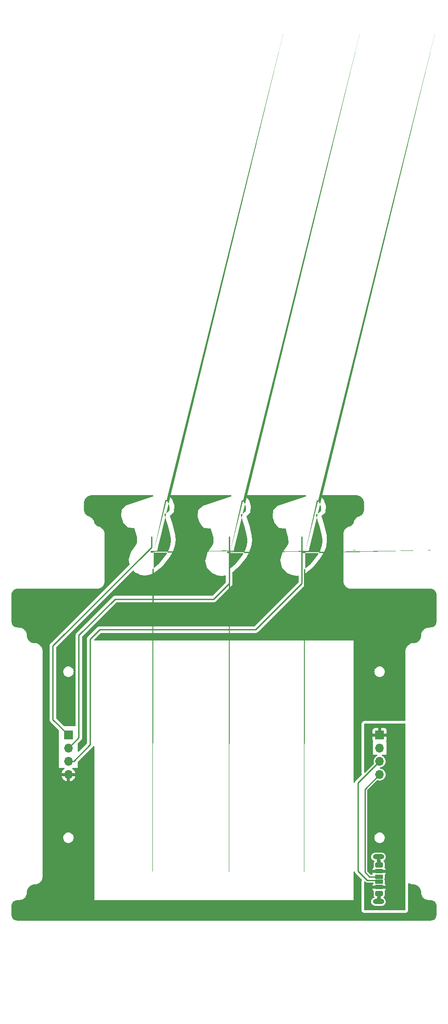
<source format=gtl>
G04 #@! TF.GenerationSoftware,KiCad,Pcbnew,(7.0.0)*
G04 #@! TF.CreationDate,2023-11-19T14:20:01+01:00*
G04 #@! TF.ProjectId,Middle,4d696464-6c65-42e6-9b69-6361645f7063,rev?*
G04 #@! TF.SameCoordinates,Original*
G04 #@! TF.FileFunction,Copper,L1,Top*
G04 #@! TF.FilePolarity,Positive*
%FSLAX46Y46*%
G04 Gerber Fmt 4.6, Leading zero omitted, Abs format (unit mm)*
G04 Created by KiCad (PCBNEW (7.0.0)) date 2023-11-19 14:20:01*
%MOMM*%
%LPD*%
G01*
G04 APERTURE LIST*
G04 Aperture macros list*
%AMRoundRect*
0 Rectangle with rounded corners*
0 $1 Rounding radius*
0 $2 $3 $4 $5 $6 $7 $8 $9 X,Y pos of 4 corners*
0 Add a 4 corners polygon primitive as box body*
4,1,4,$2,$3,$4,$5,$6,$7,$8,$9,$2,$3,0*
0 Add four circle primitives for the rounded corners*
1,1,$1+$1,$2,$3*
1,1,$1+$1,$4,$5*
1,1,$1+$1,$6,$7*
1,1,$1+$1,$8,$9*
0 Add four rect primitives between the rounded corners*
20,1,$1+$1,$2,$3,$4,$5,0*
20,1,$1+$1,$4,$5,$6,$7,0*
20,1,$1+$1,$6,$7,$8,$9,0*
20,1,$1+$1,$8,$9,$2,$3,0*%
%AMFreePoly0*
4,1,108,2.249438,10.029779,2.256659,10.026870,2.264410,10.027601,2.284792,10.015539,2.306766,10.006689,2.310899,10.000090,2.317598,9.996126,2.777465,9.474224,2.785310,9.456080,2.797136,9.440238,3.056364,8.676066,3.056620,8.656183,3.061415,8.636891,3.012642,7.946944,3.009508,7.939204,3.010183,7.930879,2.998134,7.911113,2.989447,7.889658,2.982360,7.885237,2.978014,7.878107,
2.449173,7.424276,2.431152,7.416762,2.415419,7.405212,2.029960,7.277863,2.074169,7.144052,2.074173,7.143137,2.074702,7.142391,2.798243,4.816893,2.798200,4.813464,2.799992,4.810541,3.252019,2.928743,3.251295,2.919532,3.254632,2.910916,3.302029,2.055064,3.299564,2.045754,3.301300,2.036283,3.188661,1.193749,3.184123,1.184284,3.183868,1.173791,2.880472,0.312037,
2.874782,0.304594,2.872854,0.295428,2.347983,-0.618083,2.342463,-0.623073,2.339899,-0.630057,1.027073,-2.300455,1.018097,-2.306472,1.012321,-2.315607,-0.282931,-3.390779,-0.295515,-3.395785,-0.305518,-3.404914,-0.944828,-3.694693,-0.957503,-3.696111,-0.968767,-3.702097,-1.601614,-3.813552,-1.616435,-3.811466,-1.631128,-3.814325,-2.256820,-3.737618,-2.270389,-3.731293,-2.285279,-3.729736,
-2.903129,-3.455026,-2.916813,-3.442717,-2.933213,-3.434361,-3.650012,-2.717555,-3.662827,-2.692403,-3.677038,-2.667997,-3.872324,-1.765636,-3.869855,-1.741284,-3.870683,-1.716816,-3.572765,-0.682080,-3.563731,-0.668718,-3.559177,-0.653247,-2.797084,0.459633,-2.465188,0.970926,-2.300521,1.513135,-2.343696,2.746598,-2.724822,4.112448,-3.226205,5.541321,-3.823901,5.343854,-3.843309,5.343758,
-3.862139,5.339042,-4.561263,5.387175,-4.568484,5.390083,-4.576235,5.389353,-4.596617,5.401414,-4.618591,5.410265,-4.622724,5.416863,-4.629423,5.420828,-5.089290,5.942730,-5.097136,5.960875,-5.108960,5.976716,-5.368189,6.740887,-5.368445,6.760769,-5.373240,6.780063,-5.324467,7.470012,-5.321333,7.477751,-5.322008,7.486076,-5.309959,7.505841,-5.301272,7.527298,-5.294185,7.531718,
-5.289840,7.538848,-4.760998,7.992678,-4.742980,8.000190,-4.727244,8.011743,1.512076,10.073101,1.531485,10.073196,1.550315,10.077913,2.249438,10.029779,2.249438,10.029779,$1*%
G04 Aperture macros list end*
G04 #@! TA.AperFunction,ComponentPad*
%ADD10R,1.700000X1.700000*%
G04 #@! TD*
G04 #@! TA.AperFunction,ComponentPad*
%ADD11O,1.700000X1.700000*%
G04 #@! TD*
G04 #@! TA.AperFunction,SMDPad,CuDef*
%ADD12FreePoly0,0.000000*%
G04 #@! TD*
G04 #@! TA.AperFunction,ComponentPad*
%ADD13RoundRect,0.205000X0.557000X-0.205000X0.557000X0.205000X-0.557000X0.205000X-0.557000X-0.205000X0*%
G04 #@! TD*
G04 #@! TA.AperFunction,ComponentPad*
%ADD14RoundRect,0.215500X0.546500X-0.215500X0.546500X0.215500X-0.546500X0.215500X-0.546500X-0.215500X0*%
G04 #@! TD*
G04 #@! TA.AperFunction,ComponentPad*
%ADD15RoundRect,0.250000X0.512000X-0.250000X0.512000X0.250000X-0.512000X0.250000X-0.512000X-0.250000X0*%
G04 #@! TD*
G04 #@! TA.AperFunction,ComponentPad*
%ADD16O,2.200000X1.000000*%
G04 #@! TD*
G04 #@! TA.AperFunction,Conductor*
%ADD17C,0.250000*%
G04 #@! TD*
G04 APERTURE END LIST*
D10*
X159999999Y-106199999D03*
D11*
X159999999Y-108739999D03*
X159999999Y-111279999D03*
X159999999Y-113819999D03*
D12*
X145635654Y-70931541D03*
X116450000Y-70850000D03*
D10*
X99999999Y-106199999D03*
D11*
X99999999Y-108739999D03*
X99999999Y-111279999D03*
X99999999Y-113819999D03*
D12*
X131200000Y-70950000D03*
D13*
X159900000Y-134500000D03*
D14*
X159900000Y-132480000D03*
D15*
X159900000Y-131250000D03*
D13*
X159900000Y-133500000D03*
D14*
X159900000Y-135520000D03*
D15*
X159900000Y-136750000D03*
D16*
X159779999Y-138319999D03*
X159779999Y-129679999D03*
D17*
X159785000Y-134185000D02*
X157585000Y-134185000D01*
X155860000Y-132460000D02*
X155860000Y-115420000D01*
X155860000Y-115420000D02*
X160000000Y-111280000D01*
X157585000Y-134185000D02*
X155860000Y-132460000D01*
X160100000Y-134500000D02*
X159785000Y-134185000D01*
X157150000Y-132630000D02*
X157150000Y-116670000D01*
X157150000Y-116670000D02*
X160000000Y-113820000D01*
X160100000Y-133500000D02*
X158020000Y-133500000D01*
X158020000Y-133500000D02*
X157150000Y-132630000D01*
X100000000Y-106200000D02*
X97000000Y-103200000D01*
X97000000Y-103200000D02*
X97000000Y-89000000D01*
X116000000Y-70000000D02*
X116000000Y-68000000D01*
X97000000Y-89000000D02*
X116000000Y-70000000D01*
X102000000Y-106740000D02*
X102000000Y-87000000D01*
X102000000Y-87000000D02*
X109000000Y-80000000D01*
X128000000Y-80000000D02*
X131000000Y-77000000D01*
X100000000Y-108740000D02*
X102000000Y-106740000D01*
X131000000Y-77000000D02*
X131000000Y-68000000D01*
X109000000Y-80000000D02*
X128000000Y-80000000D01*
X100000000Y-111280000D02*
X101010000Y-111280000D01*
X145000000Y-77000000D02*
X145000000Y-68000000D01*
X106000000Y-85900000D02*
X136100000Y-85900000D01*
X104200000Y-108090000D02*
X104200000Y-87700000D01*
X136100000Y-85900000D02*
X145000000Y-77000000D01*
X101010000Y-111280000D02*
X104200000Y-108090000D01*
X104200000Y-87700000D02*
X106000000Y-85900000D01*
G04 #@! TA.AperFunction,Conductor*
G36*
X164937500Y-104016613D02*
G01*
X164982887Y-104062000D01*
X164999500Y-104124000D01*
X164999500Y-133499500D01*
X164999500Y-133500000D01*
X164999500Y-133607318D01*
X164999832Y-133609634D01*
X165000000Y-133614309D01*
X165000000Y-139876000D01*
X164983387Y-139938000D01*
X164938000Y-139983387D01*
X164876000Y-140000000D01*
X157124000Y-140000000D01*
X157062000Y-139983387D01*
X157016613Y-139938000D01*
X157000000Y-139876000D01*
X157000000Y-138320000D01*
X158374435Y-138320000D01*
X158394632Y-138499255D01*
X158396928Y-138505819D01*
X158396930Y-138505824D01*
X158451913Y-138662956D01*
X158454211Y-138669522D01*
X158550184Y-138822262D01*
X158677738Y-138949816D01*
X158830478Y-139045789D01*
X159000745Y-139105368D01*
X159135046Y-139120500D01*
X160421470Y-139120500D01*
X160424954Y-139120500D01*
X160559255Y-139105368D01*
X160729522Y-139045789D01*
X160882262Y-138949816D01*
X161009816Y-138822262D01*
X161105789Y-138669522D01*
X161165368Y-138499255D01*
X161185565Y-138320000D01*
X161165368Y-138140745D01*
X161105789Y-137970478D01*
X161009816Y-137817738D01*
X160882262Y-137690184D01*
X160777461Y-137624333D01*
X160736248Y-137581688D01*
X160719552Y-137524781D01*
X160731194Y-137466629D01*
X160768507Y-137420536D01*
X160804922Y-137392922D01*
X160896361Y-137272342D01*
X160951877Y-137131564D01*
X160962500Y-137043102D01*
X160962500Y-136456898D01*
X160951877Y-136368436D01*
X160945953Y-136353414D01*
X160937315Y-136306515D01*
X160947018Y-136259821D01*
X160973627Y-136220243D01*
X161006461Y-136187408D01*
X161015361Y-136176152D01*
X161095585Y-136046090D01*
X161101649Y-136033086D01*
X161149858Y-135887600D01*
X161152677Y-135874435D01*
X161156470Y-135837305D01*
X161154051Y-135823780D01*
X161140842Y-135820000D01*
X158659158Y-135820000D01*
X158645948Y-135823780D01*
X158643529Y-135837305D01*
X158647322Y-135874435D01*
X158650141Y-135887600D01*
X158698350Y-136033086D01*
X158704414Y-136046090D01*
X158784635Y-136176148D01*
X158793540Y-136187410D01*
X158826373Y-136220243D01*
X158852981Y-136259819D01*
X158862684Y-136306511D01*
X158854047Y-136353412D01*
X158851040Y-136361037D01*
X158851039Y-136361041D01*
X158848123Y-136368436D01*
X158847175Y-136376324D01*
X158847174Y-136376331D01*
X158837941Y-136453218D01*
X158837940Y-136453233D01*
X158837500Y-136456898D01*
X158837500Y-137043102D01*
X158837940Y-137046767D01*
X158837941Y-137046781D01*
X158847174Y-137123668D01*
X158847175Y-137123674D01*
X158848123Y-137131564D01*
X158903639Y-137272342D01*
X158908765Y-137279101D01*
X158978278Y-137370768D01*
X159001513Y-137423730D01*
X158998200Y-137481471D01*
X158969059Y-137531428D01*
X158920430Y-137562734D01*
X158837048Y-137591911D01*
X158837039Y-137591914D01*
X158830478Y-137594211D01*
X158824590Y-137597910D01*
X158824587Y-137597912D01*
X158683638Y-137686476D01*
X158683633Y-137686479D01*
X158677738Y-137690184D01*
X158672813Y-137695108D01*
X158672809Y-137695112D01*
X158555112Y-137812809D01*
X158555108Y-137812813D01*
X158550184Y-137817738D01*
X158546479Y-137823633D01*
X158546476Y-137823638D01*
X158457912Y-137964587D01*
X158457910Y-137964590D01*
X158454211Y-137970478D01*
X158451915Y-137977036D01*
X158451913Y-137977043D01*
X158396930Y-138134175D01*
X158396928Y-138134182D01*
X158394632Y-138140745D01*
X158374435Y-138320000D01*
X157000000Y-138320000D01*
X157000000Y-134501110D01*
X157013515Y-134444815D01*
X157051115Y-134400792D01*
X157104602Y-134378637D01*
X157162318Y-134383179D01*
X157211681Y-134413429D01*
X157236472Y-134438220D01*
X157331780Y-134533528D01*
X157353296Y-134544491D01*
X157369880Y-134554653D01*
X157389419Y-134568849D01*
X157412383Y-134576310D01*
X157430356Y-134583754D01*
X157451874Y-134594719D01*
X157461511Y-134596245D01*
X157475719Y-134598495D01*
X157494646Y-134603039D01*
X157498121Y-134604168D01*
X157517607Y-134610500D01*
X157551512Y-134610500D01*
X157652393Y-134610500D01*
X158713501Y-134610500D01*
X158775501Y-134627113D01*
X158820888Y-134672500D01*
X158837501Y-134734500D01*
X158837501Y-134750581D01*
X158837501Y-134753348D01*
X158837065Y-134753348D01*
X158829489Y-134801439D01*
X158801385Y-134844745D01*
X158793533Y-134852596D01*
X158784638Y-134863846D01*
X158704414Y-134993909D01*
X158698350Y-135006913D01*
X158650141Y-135152399D01*
X158647322Y-135165564D01*
X158643529Y-135202694D01*
X158645948Y-135216219D01*
X158659158Y-135220000D01*
X161140842Y-135220000D01*
X161154051Y-135216219D01*
X161156470Y-135202694D01*
X161152677Y-135165564D01*
X161149858Y-135152399D01*
X161101649Y-135006913D01*
X161095585Y-134993909D01*
X161015364Y-134863851D01*
X161006459Y-134852589D01*
X160998619Y-134844749D01*
X160970506Y-134801427D01*
X160962942Y-134753349D01*
X160962500Y-134753349D01*
X160962499Y-134246652D01*
X160956027Y-134186443D01*
X160905229Y-134050249D01*
X160906353Y-134049829D01*
X160893635Y-134000000D01*
X160906353Y-133950170D01*
X160905229Y-133949751D01*
X160953318Y-133820819D01*
X160956027Y-133813557D01*
X160962500Y-133753349D01*
X160962499Y-133246652D01*
X160962940Y-133246652D01*
X160970506Y-133198570D01*
X160998621Y-133155247D01*
X161006468Y-133147399D01*
X161015361Y-133136153D01*
X161095585Y-133006090D01*
X161101649Y-132993086D01*
X161149858Y-132847600D01*
X161152677Y-132834435D01*
X161156470Y-132797305D01*
X161154051Y-132783780D01*
X161140842Y-132780000D01*
X158659158Y-132780000D01*
X158645948Y-132783780D01*
X158643529Y-132797305D01*
X158647322Y-132834435D01*
X158650141Y-132847600D01*
X158671314Y-132911496D01*
X158676165Y-132969363D01*
X158654138Y-133023093D01*
X158610064Y-133060903D01*
X158553608Y-133074500D01*
X158247610Y-133074500D01*
X158200157Y-133065061D01*
X158159929Y-133038181D01*
X157611819Y-132490071D01*
X157584939Y-132449843D01*
X157575500Y-132402390D01*
X157575500Y-129680000D01*
X158374435Y-129680000D01*
X158394632Y-129859255D01*
X158396928Y-129865819D01*
X158396930Y-129865824D01*
X158451913Y-130022956D01*
X158454211Y-130029522D01*
X158550184Y-130182262D01*
X158677738Y-130309816D01*
X158830478Y-130405789D01*
X158837044Y-130408086D01*
X158837045Y-130408087D01*
X158920428Y-130437264D01*
X158969059Y-130468570D01*
X158998200Y-130518527D01*
X159001514Y-130576268D01*
X158978278Y-130629231D01*
X158908765Y-130720897D01*
X158908762Y-130720902D01*
X158903639Y-130727658D01*
X158848123Y-130868436D01*
X158847175Y-130876324D01*
X158847174Y-130876331D01*
X158837941Y-130953218D01*
X158837940Y-130953233D01*
X158837500Y-130956898D01*
X158837500Y-131543102D01*
X158837940Y-131546767D01*
X158837941Y-131546781D01*
X158847174Y-131623663D01*
X158848123Y-131631564D01*
X158851035Y-131638950D01*
X158851038Y-131638959D01*
X158854047Y-131646588D01*
X158862683Y-131693488D01*
X158852980Y-131740179D01*
X158826373Y-131779755D01*
X158793539Y-131812589D01*
X158784637Y-131823848D01*
X158704414Y-131953909D01*
X158698350Y-131966913D01*
X158650141Y-132112399D01*
X158647322Y-132125564D01*
X158643529Y-132162694D01*
X158645948Y-132176219D01*
X158659158Y-132180000D01*
X161140842Y-132180000D01*
X161154051Y-132176219D01*
X161156470Y-132162694D01*
X161152677Y-132125564D01*
X161149858Y-132112399D01*
X161101649Y-131966913D01*
X161095585Y-131953909D01*
X161015364Y-131823851D01*
X161006459Y-131812589D01*
X160973626Y-131779756D01*
X160947017Y-131740177D01*
X160937315Y-131693482D01*
X160945954Y-131646582D01*
X160951877Y-131631564D01*
X160962500Y-131543102D01*
X160962500Y-130956898D01*
X160951877Y-130868436D01*
X160896361Y-130727658D01*
X160804922Y-130607078D01*
X160798164Y-130601953D01*
X160798163Y-130601952D01*
X160768507Y-130579463D01*
X160731193Y-130533368D01*
X160719553Y-130475217D01*
X160736248Y-130418310D01*
X160777462Y-130375666D01*
X160876358Y-130313526D01*
X160876362Y-130313523D01*
X160882262Y-130309816D01*
X161009816Y-130182262D01*
X161105789Y-130029522D01*
X161165368Y-129859255D01*
X161185565Y-129680000D01*
X161165368Y-129500745D01*
X161105789Y-129330478D01*
X161009816Y-129177738D01*
X160882262Y-129050184D01*
X160729522Y-128954211D01*
X160722959Y-128951914D01*
X160722956Y-128951913D01*
X160565825Y-128896931D01*
X160559255Y-128894632D01*
X160552333Y-128893852D01*
X160428418Y-128879890D01*
X160428412Y-128879889D01*
X160424954Y-128879500D01*
X159135046Y-128879500D01*
X159131588Y-128879889D01*
X159131581Y-128879890D01*
X159007666Y-128893852D01*
X159007664Y-128893852D01*
X159000745Y-128894632D01*
X158994176Y-128896930D01*
X158994174Y-128896931D01*
X158837043Y-128951913D01*
X158837036Y-128951915D01*
X158830478Y-128954211D01*
X158824590Y-128957910D01*
X158824587Y-128957912D01*
X158683638Y-129046476D01*
X158683633Y-129046479D01*
X158677738Y-129050184D01*
X158672813Y-129055108D01*
X158672809Y-129055112D01*
X158555112Y-129172809D01*
X158555108Y-129172813D01*
X158550184Y-129177738D01*
X158546479Y-129183633D01*
X158546476Y-129183638D01*
X158457912Y-129324587D01*
X158457910Y-129324590D01*
X158454211Y-129330478D01*
X158451915Y-129337036D01*
X158451913Y-129337043D01*
X158396930Y-129494175D01*
X158396928Y-129494182D01*
X158394632Y-129500745D01*
X158374435Y-129680000D01*
X157575500Y-129680000D01*
X157575500Y-126000000D01*
X158994659Y-126000000D01*
X158995256Y-126006062D01*
X159013378Y-126190067D01*
X159013379Y-126190073D01*
X159013976Y-126196132D01*
X159015743Y-126201957D01*
X159015744Y-126201962D01*
X159069418Y-126378899D01*
X159071186Y-126384727D01*
X159074055Y-126390095D01*
X159074057Y-126390099D01*
X159161215Y-126553161D01*
X159161219Y-126553167D01*
X159164090Y-126558538D01*
X159289117Y-126710883D01*
X159441462Y-126835910D01*
X159446834Y-126838781D01*
X159446838Y-126838784D01*
X159588839Y-126914684D01*
X159615273Y-126928814D01*
X159803868Y-126986024D01*
X160000000Y-127005341D01*
X160196132Y-126986024D01*
X160384727Y-126928814D01*
X160558538Y-126835910D01*
X160710883Y-126710883D01*
X160835910Y-126558538D01*
X160928814Y-126384727D01*
X160986024Y-126196132D01*
X161005341Y-126000000D01*
X160986024Y-125803868D01*
X160928814Y-125615273D01*
X160835910Y-125441462D01*
X160710883Y-125289117D01*
X160558538Y-125164090D01*
X160553167Y-125161219D01*
X160553161Y-125161215D01*
X160390099Y-125074057D01*
X160390095Y-125074055D01*
X160384727Y-125071186D01*
X160378899Y-125069418D01*
X160201962Y-125015744D01*
X160201957Y-125015743D01*
X160196132Y-125013976D01*
X160190073Y-125013379D01*
X160190067Y-125013378D01*
X160006062Y-124995256D01*
X160000000Y-124994659D01*
X159993938Y-124995256D01*
X159809932Y-125013378D01*
X159809924Y-125013379D01*
X159803868Y-125013976D01*
X159798044Y-125015742D01*
X159798037Y-125015744D01*
X159621100Y-125069418D01*
X159621096Y-125069419D01*
X159615273Y-125071186D01*
X159609907Y-125074053D01*
X159609900Y-125074057D01*
X159446838Y-125161215D01*
X159446827Y-125161222D01*
X159441462Y-125164090D01*
X159436754Y-125167953D01*
X159436749Y-125167957D01*
X159293823Y-125285254D01*
X159293818Y-125285258D01*
X159289117Y-125289117D01*
X159285258Y-125293818D01*
X159285254Y-125293823D01*
X159167957Y-125436749D01*
X159167953Y-125436754D01*
X159164090Y-125441462D01*
X159161222Y-125446827D01*
X159161215Y-125446838D01*
X159074057Y-125609900D01*
X159074053Y-125609907D01*
X159071186Y-125615273D01*
X159069419Y-125621096D01*
X159069418Y-125621100D01*
X159015744Y-125798037D01*
X159015742Y-125798044D01*
X159013976Y-125803868D01*
X159013379Y-125809924D01*
X159013378Y-125809932D01*
X158995256Y-125993938D01*
X158994659Y-126000000D01*
X157575500Y-126000000D01*
X157575500Y-116897610D01*
X157584939Y-116850157D01*
X157611819Y-116809929D01*
X158004968Y-116416780D01*
X159487291Y-114934455D01*
X159526636Y-114907947D01*
X159573060Y-114898154D01*
X159619763Y-114906513D01*
X159678445Y-114929246D01*
X159678448Y-114929246D01*
X159683802Y-114931321D01*
X159893390Y-114970500D01*
X160100881Y-114970500D01*
X160106610Y-114970500D01*
X160316198Y-114931321D01*
X160515019Y-114854298D01*
X160696302Y-114742052D01*
X160853872Y-114598407D01*
X160982366Y-114428255D01*
X161077405Y-114237389D01*
X161135756Y-114032310D01*
X161155429Y-113820000D01*
X161135756Y-113607690D01*
X161095603Y-113466571D01*
X161078975Y-113408129D01*
X161077405Y-113402611D01*
X160982366Y-113211745D01*
X160853872Y-113041593D01*
X160832676Y-113022270D01*
X160700531Y-112901803D01*
X160700529Y-112901801D01*
X160696302Y-112897948D01*
X160691438Y-112894936D01*
X160691435Y-112894934D01*
X160519890Y-112788718D01*
X160519889Y-112788717D01*
X160515019Y-112785702D01*
X160509681Y-112783634D01*
X160509677Y-112783632D01*
X160321545Y-112710750D01*
X160321540Y-112710748D01*
X160316198Y-112708679D01*
X160310566Y-112707626D01*
X160310562Y-112707625D01*
X160119388Y-112671888D01*
X160058635Y-112641636D01*
X160022907Y-112583933D01*
X160022908Y-112516064D01*
X160058636Y-112458361D01*
X160119386Y-112428111D01*
X160316198Y-112391321D01*
X160515019Y-112314298D01*
X160696302Y-112202052D01*
X160853872Y-112058407D01*
X160982366Y-111888255D01*
X161077405Y-111697389D01*
X161135756Y-111492310D01*
X161155429Y-111280000D01*
X161135756Y-111067690D01*
X161077405Y-110862611D01*
X160982366Y-110671745D01*
X160853872Y-110501593D01*
X160696302Y-110357948D01*
X160691438Y-110354936D01*
X160691435Y-110354934D01*
X160519890Y-110248718D01*
X160519889Y-110248717D01*
X160515019Y-110245702D01*
X160509677Y-110243632D01*
X160509670Y-110243629D01*
X160499339Y-110239627D01*
X160445178Y-110198728D01*
X160420660Y-110135442D01*
X160433130Y-110068729D01*
X160478853Y-110018573D01*
X160544131Y-110000000D01*
X161283674Y-110000000D01*
X161300000Y-110000000D01*
X161300000Y-107500000D01*
X161294025Y-107500000D01*
X161280607Y-107486582D01*
X161250175Y-107436656D01*
X161246005Y-107378335D01*
X161269024Y-107324587D01*
X161288036Y-107299191D01*
X161296452Y-107283777D01*
X161340888Y-107164641D01*
X161344426Y-107149667D01*
X161349646Y-107101114D01*
X161350000Y-107094518D01*
X161350000Y-106516326D01*
X161346549Y-106503450D01*
X161333674Y-106500000D01*
X158666326Y-106500000D01*
X158653450Y-106503450D01*
X158650000Y-106516326D01*
X158650000Y-107094518D01*
X158650353Y-107101114D01*
X158655573Y-107149667D01*
X158659111Y-107164641D01*
X158703547Y-107283777D01*
X158711962Y-107299189D01*
X158730977Y-107324589D01*
X158753994Y-107378336D01*
X158749824Y-107436655D01*
X158719393Y-107486581D01*
X158705974Y-107500000D01*
X158700000Y-107500000D01*
X158700000Y-110000000D01*
X158716326Y-110000000D01*
X159455869Y-110000000D01*
X159521147Y-110018573D01*
X159566870Y-110068729D01*
X159579340Y-110135442D01*
X159554822Y-110198728D01*
X159500661Y-110239627D01*
X159490329Y-110243629D01*
X159490318Y-110243634D01*
X159484981Y-110245702D01*
X159480114Y-110248715D01*
X159480109Y-110248718D01*
X159308564Y-110354934D01*
X159308555Y-110354940D01*
X159303698Y-110357948D01*
X159299475Y-110361797D01*
X159299468Y-110361803D01*
X159150360Y-110497734D01*
X159150354Y-110497739D01*
X159146128Y-110501593D01*
X159142681Y-110506156D01*
X159142675Y-110506164D01*
X159021086Y-110667173D01*
X159021083Y-110667177D01*
X159017634Y-110671745D01*
X159015082Y-110676870D01*
X159015079Y-110676875D01*
X158925153Y-110857473D01*
X158922595Y-110862611D01*
X158921027Y-110868119D01*
X158921024Y-110868129D01*
X158865814Y-111062168D01*
X158865811Y-111062179D01*
X158864244Y-111067690D01*
X158844571Y-111280000D01*
X158864244Y-111492310D01*
X158865812Y-111497821D01*
X158865814Y-111497831D01*
X158915559Y-111672661D01*
X158916311Y-111737766D01*
X158883974Y-111794277D01*
X157211681Y-113466571D01*
X157162318Y-113496821D01*
X157104602Y-113501363D01*
X157051115Y-113479208D01*
X157013515Y-113435185D01*
X157000000Y-113378890D01*
X157000000Y-105883674D01*
X158650000Y-105883674D01*
X158653450Y-105896549D01*
X158666326Y-105900000D01*
X159683674Y-105900000D01*
X159696549Y-105896549D01*
X159700000Y-105883674D01*
X160300000Y-105883674D01*
X160303450Y-105896549D01*
X160316326Y-105900000D01*
X161333674Y-105900000D01*
X161346549Y-105896549D01*
X161350000Y-105883674D01*
X161350000Y-105305482D01*
X161349646Y-105298885D01*
X161344426Y-105250332D01*
X161340888Y-105235358D01*
X161296452Y-105116222D01*
X161288037Y-105100810D01*
X161212501Y-104999907D01*
X161200092Y-104987498D01*
X161099189Y-104911962D01*
X161083777Y-104903547D01*
X160964641Y-104859111D01*
X160949667Y-104855573D01*
X160901114Y-104850353D01*
X160894518Y-104850000D01*
X160316326Y-104850000D01*
X160303450Y-104853450D01*
X160300000Y-104866326D01*
X160300000Y-105883674D01*
X159700000Y-105883674D01*
X159700000Y-104866326D01*
X159696549Y-104853450D01*
X159683674Y-104850000D01*
X159105482Y-104850000D01*
X159098885Y-104850353D01*
X159050332Y-104855573D01*
X159035358Y-104859111D01*
X158916222Y-104903547D01*
X158900810Y-104911962D01*
X158799907Y-104987498D01*
X158787498Y-104999907D01*
X158711962Y-105100810D01*
X158703547Y-105116222D01*
X158659111Y-105235358D01*
X158655573Y-105250332D01*
X158650353Y-105298885D01*
X158650000Y-105305482D01*
X158650000Y-105883674D01*
X157000000Y-105883674D01*
X157000000Y-104124000D01*
X157016613Y-104062000D01*
X157062000Y-104016613D01*
X157124000Y-104000000D01*
X164875500Y-104000000D01*
X164937500Y-104016613D01*
G37*
G04 #@! TD.AperFunction*
G04 #@! TA.AperFunction,Conductor*
G36*
X116347192Y-60019738D02*
G01*
X116392947Y-60071482D01*
X116403921Y-60139677D01*
X116376708Y-60203163D01*
X116319752Y-60242241D01*
X111265683Y-61912013D01*
X111265680Y-61912014D01*
X111254165Y-61915819D01*
X111244961Y-61923716D01*
X111244958Y-61923719D01*
X110267889Y-62762201D01*
X110267887Y-62762203D01*
X110258556Y-62770211D01*
X110257688Y-62782476D01*
X110257688Y-62782480D01*
X110167008Y-64065255D01*
X110166136Y-64077594D01*
X110170108Y-64089304D01*
X110170109Y-64089308D01*
X110499489Y-65060277D01*
X110554412Y-65222182D01*
X110562539Y-65231405D01*
X110562540Y-65231407D01*
X110935227Y-65654368D01*
X111418318Y-66202627D01*
X112633064Y-66286259D01*
X112682782Y-66300492D01*
X112722372Y-66333770D01*
X112744944Y-66380303D01*
X112867314Y-66877012D01*
X112867323Y-66877046D01*
X112867539Y-66877923D01*
X112867786Y-66878808D01*
X112867792Y-66878831D01*
X113207977Y-68097955D01*
X113212464Y-68126945D01*
X113245411Y-69068180D01*
X113240136Y-69108552D01*
X113167063Y-69349158D01*
X113152422Y-69380639D01*
X112906253Y-69759868D01*
X112904555Y-69762414D01*
X112063996Y-70989880D01*
X112063993Y-70989885D01*
X112058377Y-70998087D01*
X112055625Y-71007641D01*
X112055625Y-71007644D01*
X111650361Y-72415213D01*
X111650360Y-72415215D01*
X111646107Y-72429990D01*
X111649359Y-72445016D01*
X111649359Y-72445019D01*
X111816710Y-73218301D01*
X111814474Y-73279528D01*
X111783197Y-73332210D01*
X96612696Y-88502711D01*
X96604511Y-88510159D01*
X96598123Y-88514214D01*
X96592788Y-88519894D01*
X96592783Y-88519899D01*
X96552096Y-88563225D01*
X96549392Y-88566016D01*
X96532628Y-88582780D01*
X96532621Y-88582787D01*
X96529880Y-88585529D01*
X96527500Y-88588596D01*
X96527489Y-88588609D01*
X96527400Y-88588725D01*
X96519842Y-88597570D01*
X96495280Y-88623727D01*
X96495273Y-88623736D01*
X96489938Y-88629418D01*
X96486182Y-88636249D01*
X96486179Y-88636254D01*
X96480285Y-88646975D01*
X96469609Y-88663227D01*
X96462109Y-88672896D01*
X96462101Y-88672907D01*
X96457327Y-88679064D01*
X96454234Y-88686208D01*
X96454229Y-88686219D01*
X96439974Y-88719160D01*
X96434838Y-88729643D01*
X96413803Y-88767908D01*
X96411864Y-88775456D01*
X96411863Y-88775461D01*
X96408822Y-88787307D01*
X96402521Y-88805711D01*
X96397658Y-88816948D01*
X96397656Y-88816952D01*
X96394562Y-88824104D01*
X96393342Y-88831803D01*
X96393342Y-88831805D01*
X96387729Y-88867241D01*
X96385361Y-88878676D01*
X96376438Y-88913428D01*
X96376436Y-88913436D01*
X96374500Y-88920981D01*
X96374500Y-88928777D01*
X96374500Y-88941017D01*
X96372974Y-88960402D01*
X96369840Y-88980196D01*
X96370574Y-88987961D01*
X96370574Y-88987964D01*
X96373950Y-89023676D01*
X96374500Y-89035345D01*
X96374500Y-103122225D01*
X96373978Y-103133280D01*
X96372327Y-103140667D01*
X96372571Y-103148453D01*
X96372571Y-103148461D01*
X96374439Y-103207873D01*
X96374500Y-103211768D01*
X96374500Y-103239350D01*
X96374988Y-103243219D01*
X96374989Y-103243225D01*
X96375004Y-103243343D01*
X96375918Y-103254966D01*
X96377045Y-103290830D01*
X96377046Y-103290837D01*
X96377291Y-103298627D01*
X96379467Y-103306119D01*
X96379468Y-103306121D01*
X96382879Y-103317862D01*
X96386825Y-103336915D01*
X96389336Y-103356792D01*
X96392206Y-103364042D01*
X96392208Y-103364048D01*
X96405414Y-103397404D01*
X96409197Y-103408451D01*
X96421382Y-103450390D01*
X96425353Y-103457105D01*
X96425354Y-103457107D01*
X96431581Y-103467637D01*
X96440136Y-103485099D01*
X96444642Y-103496480D01*
X96444643Y-103496483D01*
X96447514Y-103503732D01*
X96464627Y-103527286D01*
X96473181Y-103539060D01*
X96479593Y-103548822D01*
X96497856Y-103579702D01*
X96497859Y-103579707D01*
X96501830Y-103586420D01*
X96507344Y-103591934D01*
X96507345Y-103591935D01*
X96515990Y-103600580D01*
X96528626Y-103615374D01*
X96535819Y-103625275D01*
X96535823Y-103625279D01*
X96540406Y-103631587D01*
X96546415Y-103636558D01*
X96546416Y-103636559D01*
X96574058Y-103659426D01*
X96582699Y-103667289D01*
X98163681Y-105248271D01*
X98190561Y-105288499D01*
X98200000Y-105335952D01*
X98200000Y-112500000D01*
X99138225Y-112500000D01*
X99198341Y-112515547D01*
X99243383Y-112558290D01*
X99262055Y-112617510D01*
X99249676Y-112678358D01*
X99209349Y-112725575D01*
X99133352Y-112778788D01*
X99125092Y-112785719D01*
X98965719Y-112945092D01*
X98958784Y-112953357D01*
X98829508Y-113137982D01*
X98824110Y-113147332D01*
X98728858Y-113351599D01*
X98725166Y-113361741D01*
X98686454Y-113506219D01*
X98686086Y-113517448D01*
X98697029Y-113520000D01*
X101302971Y-113520000D01*
X101313913Y-113517448D01*
X101313545Y-113506219D01*
X101274833Y-113361741D01*
X101271141Y-113351599D01*
X101175889Y-113147332D01*
X101170491Y-113137982D01*
X101041215Y-112953357D01*
X101034280Y-112945092D01*
X100874909Y-112785721D01*
X100866643Y-112778784D01*
X100790652Y-112725575D01*
X100750325Y-112678358D01*
X100737946Y-112617510D01*
X100756618Y-112558290D01*
X100801660Y-112515547D01*
X100861776Y-112500000D01*
X101783674Y-112500000D01*
X101800000Y-112500000D01*
X101800000Y-111425952D01*
X101809439Y-111378499D01*
X101836319Y-111338271D01*
X101894590Y-111280000D01*
X104587311Y-108587278D01*
X104595481Y-108579844D01*
X104601877Y-108575786D01*
X104647918Y-108526756D01*
X104650535Y-108524054D01*
X104670120Y-108504471D01*
X104672585Y-108501292D01*
X104680167Y-108492416D01*
X104710062Y-108460582D01*
X104719713Y-108443023D01*
X104730390Y-108426770D01*
X104742673Y-108410936D01*
X104760018Y-108370852D01*
X104765163Y-108360351D01*
X104767342Y-108356388D01*
X104812215Y-108309796D01*
X104874446Y-108292142D01*
X104937101Y-108308231D01*
X104983127Y-108353684D01*
X105000000Y-108416132D01*
X105000000Y-138000000D01*
X154983674Y-138000000D01*
X155000000Y-138000000D01*
X155000000Y-132614015D01*
X155015338Y-132554277D01*
X155057558Y-132509318D01*
X155116214Y-132490260D01*
X155176797Y-132501817D01*
X155224318Y-132541130D01*
X155247022Y-132598474D01*
X155249336Y-132616792D01*
X155252206Y-132624042D01*
X155252208Y-132624048D01*
X155265414Y-132657404D01*
X155269197Y-132668451D01*
X155281382Y-132710390D01*
X155285353Y-132717105D01*
X155285354Y-132717107D01*
X155291581Y-132727637D01*
X155300136Y-132745099D01*
X155304642Y-132756480D01*
X155304643Y-132756483D01*
X155307514Y-132763732D01*
X155329440Y-132793912D01*
X155333181Y-132799060D01*
X155339593Y-132808822D01*
X155357856Y-132839702D01*
X155357859Y-132839707D01*
X155361830Y-132846420D01*
X155367344Y-132851934D01*
X155367345Y-132851935D01*
X155375990Y-132860580D01*
X155388626Y-132875374D01*
X155395819Y-132885275D01*
X155395823Y-132885279D01*
X155400406Y-132891587D01*
X155406415Y-132896558D01*
X155406416Y-132896559D01*
X155434058Y-132919426D01*
X155442699Y-132927289D01*
X156558292Y-134042883D01*
X156588030Y-134090705D01*
X156593550Y-134146748D01*
X156573714Y-134199453D01*
X156567177Y-134209235D01*
X156567171Y-134209245D01*
X156563112Y-134215321D01*
X156560581Y-134222179D01*
X156560580Y-134222183D01*
X156523247Y-134323379D01*
X156523243Y-134323390D01*
X156521982Y-134326810D01*
X156521130Y-134330356D01*
X156521128Y-134330365D01*
X156509321Y-134379544D01*
X156509318Y-134379558D01*
X156508467Y-134383105D01*
X156508036Y-134386742D01*
X156508036Y-134386745D01*
X156494930Y-134497471D01*
X156494929Y-134497482D01*
X156494500Y-134501110D01*
X156494500Y-138320000D01*
X156494500Y-139876000D01*
X156495028Y-139880017D01*
X156495029Y-139880019D01*
X156511194Y-140002807D01*
X156511196Y-140002819D01*
X156511725Y-140006834D01*
X156528338Y-140068834D01*
X156578837Y-140190750D01*
X156583783Y-140197196D01*
X156583785Y-140197199D01*
X156652731Y-140287049D01*
X156659171Y-140295442D01*
X156704558Y-140340829D01*
X156809250Y-140421163D01*
X156931166Y-140471662D01*
X156993166Y-140488275D01*
X157124000Y-140505500D01*
X164871947Y-140505500D01*
X164876000Y-140505500D01*
X165006834Y-140488275D01*
X165068834Y-140471662D01*
X165190750Y-140421163D01*
X165295442Y-140340829D01*
X165340829Y-140295442D01*
X165421163Y-140190750D01*
X165471662Y-140068834D01*
X165488275Y-140006834D01*
X165505500Y-139876000D01*
X165505500Y-134871611D01*
X165522858Y-134808338D01*
X165570073Y-134762779D01*
X165633925Y-134747690D01*
X165696539Y-134767295D01*
X165779050Y-134820321D01*
X165974290Y-134909484D01*
X166180231Y-134969954D01*
X166392682Y-135000500D01*
X166495574Y-135000500D01*
X166504418Y-135000816D01*
X166569734Y-135005487D01*
X166569740Y-135005488D01*
X166712449Y-135016719D01*
X166729054Y-135019168D01*
X166818500Y-135038625D01*
X166820979Y-135039192D01*
X166932570Y-135065983D01*
X166946925Y-135070365D01*
X167037735Y-135104236D01*
X167041696Y-135105794D01*
X167142794Y-135147670D01*
X167154758Y-135153394D01*
X167241588Y-135200807D01*
X167246915Y-135203892D01*
X167338433Y-135259974D01*
X167347951Y-135266432D01*
X167427845Y-135326241D01*
X167434037Y-135331193D01*
X167515086Y-135400416D01*
X167522235Y-135407025D01*
X167592973Y-135477763D01*
X167599582Y-135484912D01*
X167668793Y-135565947D01*
X167673770Y-135572169D01*
X167733564Y-135652045D01*
X167740024Y-135661565D01*
X167796100Y-135753072D01*
X167799206Y-135758436D01*
X167846602Y-135845237D01*
X167852330Y-135857209D01*
X167875679Y-135913578D01*
X167894181Y-135958245D01*
X167895790Y-135962335D01*
X167929627Y-136053056D01*
X167934019Y-136067442D01*
X167960793Y-136178964D01*
X167961385Y-136181553D01*
X167980828Y-136270933D01*
X167983280Y-136287562D01*
X167994485Y-136429934D01*
X167994551Y-136430815D01*
X167999184Y-136495580D01*
X167999500Y-136504426D01*
X167999500Y-136607318D01*
X168000128Y-136611687D01*
X168000129Y-136611698D01*
X168029415Y-136815383D01*
X168030046Y-136819769D01*
X168031292Y-136824014D01*
X168031294Y-136824021D01*
X168060198Y-136922458D01*
X168090516Y-137025710D01*
X168092354Y-137029736D01*
X168092358Y-137029745D01*
X168155353Y-137167684D01*
X168179679Y-137220950D01*
X168182069Y-137224670D01*
X168182073Y-137224676D01*
X168273794Y-137367397D01*
X168295719Y-137401513D01*
X168436276Y-137563724D01*
X168598487Y-137704281D01*
X168602206Y-137706671D01*
X168688396Y-137762062D01*
X168779050Y-137820321D01*
X168895072Y-137873306D01*
X168911778Y-137880936D01*
X168974290Y-137909484D01*
X169180231Y-137969954D01*
X169392682Y-138000500D01*
X169498158Y-138000500D01*
X169501817Y-138000554D01*
X169704342Y-138006532D01*
X169713269Y-138007119D01*
X169733841Y-138009218D01*
X169915835Y-138027789D01*
X169927832Y-138029611D01*
X170127034Y-138069962D01*
X170138093Y-138072738D01*
X170221442Y-138097798D01*
X170234453Y-138102517D01*
X170402692Y-138174412D01*
X170402697Y-138174414D01*
X170422481Y-138185084D01*
X170574199Y-138285653D01*
X170585696Y-138294275D01*
X170594841Y-138302000D01*
X170594846Y-138302004D01*
X170606106Y-138312801D01*
X170734190Y-138452109D01*
X170748450Y-138470943D01*
X170822530Y-138591067D01*
X170831598Y-138608825D01*
X170901938Y-138779157D01*
X170907462Y-138795774D01*
X170953972Y-138977700D01*
X170956581Y-138990817D01*
X170984758Y-139187370D01*
X170985787Y-139197481D01*
X170998068Y-139400563D01*
X170998284Y-139406441D01*
X170998784Y-139445008D01*
X170998794Y-139446473D01*
X170999500Y-140062793D01*
X170999500Y-140498157D01*
X170999446Y-140501817D01*
X170993465Y-140704343D01*
X170992879Y-140713267D01*
X170972211Y-140915819D01*
X170970385Y-140927839D01*
X170930036Y-141127028D01*
X170927255Y-141138106D01*
X170902203Y-141221435D01*
X170897481Y-141234454D01*
X170825582Y-141402700D01*
X170814912Y-141422484D01*
X170714344Y-141574198D01*
X170705722Y-141585696D01*
X170698005Y-141594833D01*
X170687199Y-141606105D01*
X170547886Y-141734193D01*
X170529055Y-141748450D01*
X170432056Y-141808269D01*
X170408936Y-141822528D01*
X170391177Y-141831596D01*
X170220840Y-141901938D01*
X170204224Y-141907462D01*
X170022297Y-141953973D01*
X170009179Y-141956582D01*
X169812627Y-141984758D01*
X169802516Y-141985787D01*
X169599434Y-141998068D01*
X169593558Y-141998284D01*
X169558729Y-141998736D01*
X169557122Y-141998746D01*
X122037685Y-141999500D01*
X90500869Y-141999500D01*
X90499258Y-141999490D01*
X90406437Y-141998284D01*
X90400563Y-141998068D01*
X90197481Y-141985787D01*
X90187370Y-141984758D01*
X89990817Y-141956581D01*
X89977700Y-141953972D01*
X89795774Y-141907462D01*
X89779157Y-141901938D01*
X89608825Y-141831598D01*
X89591067Y-141822530D01*
X89470943Y-141748450D01*
X89452109Y-141734190D01*
X89312801Y-141606106D01*
X89302004Y-141594846D01*
X89301993Y-141594833D01*
X89294275Y-141585696D01*
X89285650Y-141574194D01*
X89185084Y-141422481D01*
X89174414Y-141402697D01*
X89102520Y-141234460D01*
X89097796Y-141221436D01*
X89072738Y-141138093D01*
X89069961Y-141127028D01*
X89029611Y-140927832D01*
X89027789Y-140915835D01*
X89007119Y-140713269D01*
X89006532Y-140704341D01*
X89000554Y-140501817D01*
X89000500Y-140498158D01*
X89000500Y-139500865D01*
X89000510Y-139499258D01*
X89000525Y-139498053D01*
X89001714Y-139406401D01*
X89001927Y-139400603D01*
X89014210Y-139197473D01*
X89015239Y-139187370D01*
X89043418Y-138990801D01*
X89046020Y-138977718D01*
X89092537Y-138795765D01*
X89098055Y-138779168D01*
X89168404Y-138608815D01*
X89177469Y-138591066D01*
X89251547Y-138470945D01*
X89265800Y-138452117D01*
X89393908Y-138312783D01*
X89405140Y-138302014D01*
X89414305Y-138294272D01*
X89425803Y-138285652D01*
X89569750Y-138190231D01*
X89577517Y-138185082D01*
X89597293Y-138174416D01*
X89765549Y-138102516D01*
X89778551Y-138097799D01*
X89861906Y-138072738D01*
X89872955Y-138069964D01*
X90072175Y-138029609D01*
X90084152Y-138027789D01*
X90286759Y-138007115D01*
X90295650Y-138006532D01*
X90498182Y-138000554D01*
X90501842Y-138000500D01*
X90602892Y-138000500D01*
X90607318Y-138000500D01*
X90819769Y-137969954D01*
X91025710Y-137909484D01*
X91220950Y-137820321D01*
X91401513Y-137704281D01*
X91563724Y-137563724D01*
X91704281Y-137401513D01*
X91820321Y-137220950D01*
X91909484Y-137025710D01*
X91969954Y-136819769D01*
X92000500Y-136607318D01*
X92000500Y-136504426D01*
X92000816Y-136495582D01*
X92001420Y-136487139D01*
X92005490Y-136430227D01*
X92016719Y-136287555D01*
X92019170Y-136270935D01*
X92038631Y-136181471D01*
X92039181Y-136179065D01*
X92065984Y-136067424D01*
X92070365Y-136053074D01*
X92104251Y-135962224D01*
X92105778Y-135958341D01*
X92147676Y-135857190D01*
X92153387Y-135845255D01*
X92200826Y-135758376D01*
X92203871Y-135753118D01*
X92259989Y-135661542D01*
X92266418Y-135652068D01*
X92326264Y-135572123D01*
X92331168Y-135565992D01*
X92400440Y-135484885D01*
X92407000Y-135477789D01*
X92477789Y-135407000D01*
X92484885Y-135400440D01*
X92565992Y-135331168D01*
X92572123Y-135326264D01*
X92652068Y-135266418D01*
X92661542Y-135259989D01*
X92753118Y-135203871D01*
X92758376Y-135200826D01*
X92845255Y-135153387D01*
X92857190Y-135147676D01*
X92958341Y-135105778D01*
X92962224Y-135104251D01*
X93053083Y-135070362D01*
X93067420Y-135065985D01*
X93179060Y-135039182D01*
X93181454Y-135038635D01*
X93270949Y-135019167D01*
X93287546Y-135016719D01*
X93430227Y-135005490D01*
X93495581Y-135000816D01*
X93504426Y-135000500D01*
X93602892Y-135000500D01*
X93607318Y-135000500D01*
X93819769Y-134969954D01*
X94025710Y-134909484D01*
X94220950Y-134820321D01*
X94401513Y-134704281D01*
X94563724Y-134563724D01*
X94704281Y-134401513D01*
X94820321Y-134220950D01*
X94909484Y-134025710D01*
X94969954Y-133819769D01*
X95000500Y-133607318D01*
X95000500Y-133500000D01*
X95000500Y-133499500D01*
X95000500Y-126000000D01*
X98994659Y-126000000D01*
X98995256Y-126006062D01*
X99013378Y-126190067D01*
X99013379Y-126190073D01*
X99013976Y-126196132D01*
X99015743Y-126201957D01*
X99015744Y-126201962D01*
X99061170Y-126351710D01*
X99071186Y-126384727D01*
X99074055Y-126390095D01*
X99074057Y-126390099D01*
X99161215Y-126553161D01*
X99161219Y-126553167D01*
X99164090Y-126558538D01*
X99289117Y-126710883D01*
X99441462Y-126835910D01*
X99446834Y-126838781D01*
X99446838Y-126838784D01*
X99588839Y-126914684D01*
X99615273Y-126928814D01*
X99803868Y-126986024D01*
X100000000Y-127005341D01*
X100196132Y-126986024D01*
X100384727Y-126928814D01*
X100558538Y-126835910D01*
X100710883Y-126710883D01*
X100835910Y-126558538D01*
X100928814Y-126384727D01*
X100986024Y-126196132D01*
X101005341Y-126000000D01*
X100986024Y-125803868D01*
X100928814Y-125615273D01*
X100835910Y-125441462D01*
X100710883Y-125289117D01*
X100558538Y-125164090D01*
X100553167Y-125161219D01*
X100553161Y-125161215D01*
X100390099Y-125074057D01*
X100390095Y-125074055D01*
X100384727Y-125071186D01*
X100378899Y-125069418D01*
X100201962Y-125015744D01*
X100201957Y-125015743D01*
X100196132Y-125013976D01*
X100190073Y-125013379D01*
X100190067Y-125013378D01*
X100006062Y-124995256D01*
X100000000Y-124994659D01*
X99993938Y-124995256D01*
X99809932Y-125013378D01*
X99809924Y-125013379D01*
X99803868Y-125013976D01*
X99798044Y-125015742D01*
X99798037Y-125015744D01*
X99621100Y-125069418D01*
X99621096Y-125069419D01*
X99615273Y-125071186D01*
X99609907Y-125074053D01*
X99609900Y-125074057D01*
X99446838Y-125161215D01*
X99446827Y-125161222D01*
X99441462Y-125164090D01*
X99436754Y-125167953D01*
X99436749Y-125167957D01*
X99293823Y-125285254D01*
X99293818Y-125285258D01*
X99289117Y-125289117D01*
X99285258Y-125293818D01*
X99285254Y-125293823D01*
X99167957Y-125436749D01*
X99167953Y-125436754D01*
X99164090Y-125441462D01*
X99161222Y-125446827D01*
X99161215Y-125446838D01*
X99074057Y-125609900D01*
X99074053Y-125609907D01*
X99071186Y-125615273D01*
X99069419Y-125621096D01*
X99069418Y-125621100D01*
X99015744Y-125798037D01*
X99015742Y-125798044D01*
X99013976Y-125803868D01*
X99013379Y-125809924D01*
X99013378Y-125809932D01*
X99004216Y-125902963D01*
X98994659Y-126000000D01*
X95000500Y-126000000D01*
X95000500Y-114122551D01*
X98686086Y-114122551D01*
X98686454Y-114133780D01*
X98725166Y-114278258D01*
X98728858Y-114288400D01*
X98824113Y-114492676D01*
X98829501Y-114502008D01*
X98958784Y-114686643D01*
X98965721Y-114694909D01*
X99125090Y-114854278D01*
X99133356Y-114861215D01*
X99317991Y-114990498D01*
X99327323Y-114995886D01*
X99531599Y-115091141D01*
X99541741Y-115094833D01*
X99686219Y-115133545D01*
X99697448Y-115133913D01*
X99700000Y-115122971D01*
X100300000Y-115122971D01*
X100302551Y-115133913D01*
X100313780Y-115133545D01*
X100458258Y-115094833D01*
X100468400Y-115091141D01*
X100672676Y-114995886D01*
X100682008Y-114990498D01*
X100866643Y-114861215D01*
X100874909Y-114854278D01*
X101034278Y-114694909D01*
X101041215Y-114686643D01*
X101170498Y-114502008D01*
X101175886Y-114492676D01*
X101271141Y-114288400D01*
X101274833Y-114278258D01*
X101313545Y-114133780D01*
X101313913Y-114122551D01*
X101302971Y-114120000D01*
X100316326Y-114120000D01*
X100303450Y-114123450D01*
X100300000Y-114136326D01*
X100300000Y-115122971D01*
X99700000Y-115122971D01*
X99700000Y-114136326D01*
X99696549Y-114123450D01*
X99683674Y-114120000D01*
X98697029Y-114120000D01*
X98686086Y-114122551D01*
X95000500Y-114122551D01*
X95000500Y-89999901D01*
X95000500Y-89892682D01*
X94969954Y-89680231D01*
X94909484Y-89474290D01*
X94820321Y-89279050D01*
X94704281Y-89098487D01*
X94563724Y-88936276D01*
X94401513Y-88795719D01*
X94369991Y-88775461D01*
X94224676Y-88682073D01*
X94224670Y-88682069D01*
X94220950Y-88679679D01*
X94216918Y-88677837D01*
X94216915Y-88677836D01*
X94029745Y-88592358D01*
X94029736Y-88592354D01*
X94025710Y-88590516D01*
X93990879Y-88580288D01*
X93824021Y-88531294D01*
X93824014Y-88531292D01*
X93819769Y-88530046D01*
X93815388Y-88529416D01*
X93815383Y-88529415D01*
X93611698Y-88500129D01*
X93611687Y-88500128D01*
X93607318Y-88499500D01*
X93602892Y-88499500D01*
X93504428Y-88499500D01*
X93495583Y-88499184D01*
X93485521Y-88498464D01*
X93430815Y-88494551D01*
X93429934Y-88494485D01*
X93287560Y-88483280D01*
X93270931Y-88480828D01*
X93181575Y-88461390D01*
X93178986Y-88460798D01*
X93067442Y-88434019D01*
X93053056Y-88429627D01*
X92999050Y-88409484D01*
X92962324Y-88395785D01*
X92958245Y-88394181D01*
X92913578Y-88375679D01*
X92857209Y-88352330D01*
X92845237Y-88346602D01*
X92758436Y-88299206D01*
X92753072Y-88296100D01*
X92661565Y-88240024D01*
X92652045Y-88233564D01*
X92572169Y-88173770D01*
X92565955Y-88168799D01*
X92484912Y-88099582D01*
X92477763Y-88092973D01*
X92407025Y-88022235D01*
X92400416Y-88015086D01*
X92387531Y-88000000D01*
X92331193Y-87934037D01*
X92326241Y-87927845D01*
X92266432Y-87847951D01*
X92259974Y-87838433D01*
X92203898Y-87746926D01*
X92200807Y-87741588D01*
X92153394Y-87654758D01*
X92147668Y-87642789D01*
X92141864Y-87628777D01*
X92105794Y-87541696D01*
X92104236Y-87537735D01*
X92070365Y-87446925D01*
X92065983Y-87432570D01*
X92039192Y-87320979D01*
X92038625Y-87318500D01*
X92019168Y-87229054D01*
X92016719Y-87212449D01*
X92005488Y-87069740D01*
X92005487Y-87069734D01*
X92000816Y-87004418D01*
X92000500Y-86995574D01*
X92000500Y-86897108D01*
X92000500Y-86892682D01*
X91969954Y-86680231D01*
X91909484Y-86474290D01*
X91899526Y-86452486D01*
X91862480Y-86371365D01*
X91820321Y-86279050D01*
X91704281Y-86098487D01*
X91563724Y-85936276D01*
X91401513Y-85795719D01*
X91397793Y-85793328D01*
X91224676Y-85682073D01*
X91224670Y-85682069D01*
X91220950Y-85679679D01*
X91216918Y-85677837D01*
X91216915Y-85677836D01*
X91029745Y-85592358D01*
X91029736Y-85592354D01*
X91025710Y-85590516D01*
X90926006Y-85561240D01*
X90824021Y-85531294D01*
X90824014Y-85531292D01*
X90819769Y-85530046D01*
X90815388Y-85529416D01*
X90815383Y-85529415D01*
X90611698Y-85500129D01*
X90611687Y-85500128D01*
X90607318Y-85499500D01*
X90602892Y-85499500D01*
X90500869Y-85499500D01*
X90499258Y-85499490D01*
X90406437Y-85498284D01*
X90400563Y-85498068D01*
X90197481Y-85485787D01*
X90187370Y-85484758D01*
X89990817Y-85456581D01*
X89977700Y-85453972D01*
X89795774Y-85407462D01*
X89779157Y-85401938D01*
X89608825Y-85331598D01*
X89591067Y-85322530D01*
X89470943Y-85248450D01*
X89452109Y-85234190D01*
X89312801Y-85106106D01*
X89302004Y-85094846D01*
X89301993Y-85094833D01*
X89294275Y-85085696D01*
X89285650Y-85074194D01*
X89185084Y-84922481D01*
X89174414Y-84902697D01*
X89102520Y-84734460D01*
X89097796Y-84721436D01*
X89072738Y-84638093D01*
X89069961Y-84627028D01*
X89029611Y-84427832D01*
X89027789Y-84415835D01*
X89007119Y-84213269D01*
X89006532Y-84204341D01*
X89000554Y-84001817D01*
X89000500Y-83998158D01*
X89000500Y-79500865D01*
X89000510Y-79499258D01*
X89000765Y-79479595D01*
X89001714Y-79406401D01*
X89001927Y-79400603D01*
X89014210Y-79197473D01*
X89015239Y-79187370D01*
X89043418Y-78990801D01*
X89046020Y-78977718D01*
X89092537Y-78795765D01*
X89098055Y-78779168D01*
X89168404Y-78608815D01*
X89177469Y-78591066D01*
X89251547Y-78470945D01*
X89265800Y-78452117D01*
X89393908Y-78312783D01*
X89405140Y-78302014D01*
X89414305Y-78294272D01*
X89425803Y-78285652D01*
X89569750Y-78190231D01*
X89577517Y-78185082D01*
X89597293Y-78174416D01*
X89765549Y-78102516D01*
X89778551Y-78097799D01*
X89861906Y-78072738D01*
X89872955Y-78069964D01*
X90072175Y-78029609D01*
X90084152Y-78027789D01*
X90286759Y-78007115D01*
X90295650Y-78006532D01*
X90498182Y-78000554D01*
X90501842Y-78000500D01*
X105602892Y-78000500D01*
X105607318Y-78000500D01*
X105819769Y-77969954D01*
X106025710Y-77909484D01*
X106220950Y-77820321D01*
X106401513Y-77704281D01*
X106563724Y-77563724D01*
X106704281Y-77401513D01*
X106820321Y-77220950D01*
X106909484Y-77025710D01*
X106969954Y-76819769D01*
X107000500Y-76607318D01*
X107000500Y-76500000D01*
X107000500Y-76499500D01*
X107000500Y-67499901D01*
X107000505Y-67499901D01*
X107000499Y-67499833D01*
X107000552Y-67393425D01*
X106970427Y-67182416D01*
X106910781Y-66977782D01*
X106822812Y-66783633D01*
X106708287Y-66603865D01*
X106569503Y-66442088D01*
X106409249Y-66301550D01*
X106230740Y-66185072D01*
X106226761Y-66183216D01*
X106226751Y-66183211D01*
X106041558Y-66096857D01*
X106041555Y-66096855D01*
X106037560Y-66094993D01*
X106033343Y-66093716D01*
X106033335Y-66093713D01*
X105939764Y-66065381D01*
X105931477Y-66062549D01*
X105896355Y-66049142D01*
X105895007Y-66048618D01*
X105733300Y-65984720D01*
X105718889Y-65977925D01*
X105646975Y-65938180D01*
X105643209Y-65936011D01*
X105533568Y-65870297D01*
X105522752Y-65863016D01*
X105450699Y-65808791D01*
X105445040Y-65804267D01*
X105353089Y-65726253D01*
X105345630Y-65719380D01*
X105280618Y-65654368D01*
X105273745Y-65646909D01*
X105195731Y-65554958D01*
X105191207Y-65549299D01*
X105136982Y-65477246D01*
X105129701Y-65466430D01*
X105063987Y-65356789D01*
X105061818Y-65353023D01*
X105022067Y-65281096D01*
X105015281Y-65266705D01*
X104951361Y-65104943D01*
X104950845Y-65103614D01*
X104937435Y-65068482D01*
X104934631Y-65060282D01*
X104934629Y-65060277D01*
X104906711Y-64968254D01*
X104823218Y-64785379D01*
X104716080Y-64615275D01*
X104652178Y-64538766D01*
X104589872Y-64464167D01*
X104589870Y-64464165D01*
X104587210Y-64460980D01*
X104513865Y-64393851D01*
X104441977Y-64328056D01*
X104441974Y-64328053D01*
X104438913Y-64325252D01*
X104273837Y-64210517D01*
X104094933Y-64118825D01*
X104062706Y-64107429D01*
X104004159Y-64086726D01*
X103996273Y-64083630D01*
X103947169Y-64062391D01*
X103946198Y-64061966D01*
X103810979Y-64002103D01*
X103796892Y-63994754D01*
X103723790Y-63950436D01*
X103721092Y-63948752D01*
X103703424Y-63937411D01*
X103624659Y-63886853D01*
X103613511Y-63878789D01*
X103584610Y-63855333D01*
X103542359Y-63821041D01*
X103538318Y-63817615D01*
X103457020Y-63745658D01*
X103448664Y-63737531D01*
X103384579Y-63669049D01*
X103379690Y-63663501D01*
X103311568Y-63581366D01*
X103305786Y-63573821D01*
X103251281Y-63496737D01*
X103246092Y-63488764D01*
X103191382Y-63397189D01*
X103187770Y-63390711D01*
X103144563Y-63307453D01*
X103139689Y-63296872D01*
X103125226Y-63261146D01*
X103098947Y-63196232D01*
X103097071Y-63191295D01*
X103097067Y-63191285D01*
X103090225Y-63172058D01*
X103066345Y-63104959D01*
X103062455Y-63091748D01*
X103036227Y-62980127D01*
X103035566Y-62977143D01*
X103018135Y-62893373D01*
X103015908Y-62877689D01*
X103004681Y-62732231D01*
X103004650Y-62731803D01*
X103000790Y-62675428D01*
X103000500Y-62666959D01*
X103000500Y-61504426D01*
X103000816Y-61495582D01*
X103000859Y-61494968D01*
X103005490Y-61430227D01*
X103016719Y-61287555D01*
X103019170Y-61270935D01*
X103038631Y-61181471D01*
X103039181Y-61179065D01*
X103065984Y-61067424D01*
X103070365Y-61053074D01*
X103104251Y-60962224D01*
X103105778Y-60958341D01*
X103147676Y-60857190D01*
X103153387Y-60845255D01*
X103200826Y-60758376D01*
X103203871Y-60753118D01*
X103259989Y-60661542D01*
X103266418Y-60652068D01*
X103326264Y-60572123D01*
X103331168Y-60565992D01*
X103400440Y-60484885D01*
X103407000Y-60477789D01*
X103477789Y-60407000D01*
X103484885Y-60400440D01*
X103565992Y-60331168D01*
X103572123Y-60326264D01*
X103652068Y-60266418D01*
X103661542Y-60259989D01*
X103753118Y-60203871D01*
X103758376Y-60200826D01*
X103845255Y-60153387D01*
X103857190Y-60147676D01*
X103958341Y-60105778D01*
X103962224Y-60104251D01*
X104053083Y-60070362D01*
X104067420Y-60065985D01*
X104179060Y-60039182D01*
X104181454Y-60038635D01*
X104270949Y-60019167D01*
X104287546Y-60016719D01*
X104430227Y-60005490D01*
X104495581Y-60000816D01*
X104504426Y-60000500D01*
X116280853Y-60000500D01*
X116347192Y-60019738D01*
G37*
G04 #@! TD.AperFunction*
G04 #@! TA.AperFunction,Conductor*
G36*
X160138000Y-136468112D02*
G01*
X160183387Y-136513499D01*
X160200000Y-136575499D01*
X160200000Y-137667072D01*
X160188382Y-137719477D01*
X160155706Y-137762062D01*
X160108093Y-137786847D01*
X160083450Y-137793449D01*
X160080000Y-137806326D01*
X160080000Y-138491000D01*
X160063387Y-138553000D01*
X160018000Y-138598387D01*
X159956000Y-138615000D01*
X159604000Y-138615000D01*
X159542000Y-138598387D01*
X159496613Y-138553000D01*
X159480000Y-138491000D01*
X159480000Y-137649933D01*
X159483304Y-137627516D01*
X159482202Y-137627322D01*
X159493447Y-137563724D01*
X159502870Y-137510427D01*
X159506183Y-137452686D01*
X159503254Y-137404236D01*
X159512628Y-137348917D01*
X159545428Y-137303390D01*
X159594937Y-137276982D01*
X159596549Y-137276549D01*
X159600000Y-137263674D01*
X159600000Y-136575499D01*
X159616613Y-136513499D01*
X159662000Y-136468112D01*
X159724000Y-136451499D01*
X160076000Y-136451499D01*
X160138000Y-136468112D01*
G37*
G04 #@! TD.AperFunction*
G04 #@! TA.AperFunction,Conductor*
G36*
X160018000Y-129401613D02*
G01*
X160063387Y-129447000D01*
X160080000Y-129509000D01*
X160080000Y-130193674D01*
X160083450Y-130206550D01*
X160108093Y-130213153D01*
X160155706Y-130237938D01*
X160188382Y-130280523D01*
X160200000Y-130332928D01*
X160200000Y-131424500D01*
X160183387Y-131486500D01*
X160138000Y-131531887D01*
X160076000Y-131548500D01*
X159724000Y-131548500D01*
X159662000Y-131531887D01*
X159616613Y-131486500D01*
X159600000Y-131424500D01*
X159600000Y-130736326D01*
X159596549Y-130723449D01*
X159594934Y-130723017D01*
X159545427Y-130696608D01*
X159512628Y-130651082D01*
X159503254Y-130595763D01*
X159506183Y-130547303D01*
X159502869Y-130489562D01*
X159482200Y-130372672D01*
X159482200Y-130372671D01*
X159483304Y-130372476D01*
X159480000Y-130350066D01*
X159480000Y-129509000D01*
X159496613Y-129447000D01*
X159542000Y-129401613D01*
X159604000Y-129385000D01*
X159956000Y-129385000D01*
X160018000Y-129401613D01*
G37*
G04 #@! TD.AperFunction*
G04 #@! TA.AperFunction,NonConductor*
G36*
X131399872Y-60019738D02*
G01*
X131445627Y-60071482D01*
X131456601Y-60139677D01*
X131429388Y-60203163D01*
X131372432Y-60242241D01*
X126015683Y-62012013D01*
X126015680Y-62012014D01*
X126004165Y-62015819D01*
X125994961Y-62023716D01*
X125994958Y-62023719D01*
X125017889Y-62862201D01*
X125017887Y-62862203D01*
X125008556Y-62870211D01*
X125007688Y-62882476D01*
X125007688Y-62882480D01*
X124922545Y-64086929D01*
X124916136Y-64177594D01*
X124920108Y-64189304D01*
X124920109Y-64189308D01*
X125251288Y-65165579D01*
X125304412Y-65322182D01*
X125312539Y-65331405D01*
X125312540Y-65331407D01*
X125694911Y-65765359D01*
X126168318Y-66302627D01*
X127383064Y-66386259D01*
X127432782Y-66400492D01*
X127472372Y-66433770D01*
X127494944Y-66480303D01*
X127617314Y-66977012D01*
X127617323Y-66977046D01*
X127617539Y-66977923D01*
X127617786Y-66978808D01*
X127617792Y-66978831D01*
X127957977Y-68197955D01*
X127962464Y-68226945D01*
X127995411Y-69168180D01*
X127990136Y-69208552D01*
X127917063Y-69449158D01*
X127902422Y-69480639D01*
X127656253Y-69859868D01*
X127654555Y-69862414D01*
X126813996Y-71089880D01*
X126813993Y-71089885D01*
X126808377Y-71098087D01*
X126805625Y-71107641D01*
X126805625Y-71107644D01*
X126400361Y-72515213D01*
X126400360Y-72515215D01*
X126396107Y-72529990D01*
X126399359Y-72545016D01*
X126399359Y-72545019D01*
X126705018Y-73957380D01*
X126705019Y-73957384D01*
X126706898Y-73966064D01*
X126713182Y-73972348D01*
X127711657Y-74970834D01*
X127762971Y-75022148D01*
X127773395Y-75026782D01*
X127773397Y-75026784D01*
X128031208Y-75141412D01*
X128686828Y-75432915D01*
X129608842Y-75545950D01*
X130228993Y-75436731D01*
X130282612Y-75439082D01*
X130330215Y-75463871D01*
X130362885Y-75506453D01*
X130374500Y-75558852D01*
X130374500Y-76689548D01*
X130365061Y-76737001D01*
X130338181Y-76777229D01*
X127777228Y-79338181D01*
X127737000Y-79365061D01*
X127689547Y-79374500D01*
X109077775Y-79374500D01*
X109066719Y-79373978D01*
X109059333Y-79372327D01*
X109051545Y-79372571D01*
X109051538Y-79372571D01*
X108992127Y-79374439D01*
X108988232Y-79374500D01*
X108960650Y-79374500D01*
X108956805Y-79374985D01*
X108956780Y-79374987D01*
X108956653Y-79375004D01*
X108945034Y-79375918D01*
X108909172Y-79377045D01*
X108909165Y-79377046D01*
X108901373Y-79377291D01*
X108893888Y-79379465D01*
X108893872Y-79379468D01*
X108882126Y-79382881D01*
X108863083Y-79386825D01*
X108850949Y-79388358D01*
X108850948Y-79388358D01*
X108843208Y-79389336D01*
X108835958Y-79392205D01*
X108835951Y-79392208D01*
X108802598Y-79405413D01*
X108791554Y-79409194D01*
X108757101Y-79419204D01*
X108757090Y-79419208D01*
X108749610Y-79421382D01*
X108742898Y-79425351D01*
X108742896Y-79425352D01*
X108732364Y-79431580D01*
X108714904Y-79440134D01*
X108703519Y-79444642D01*
X108703513Y-79444644D01*
X108696268Y-79447514D01*
X108689963Y-79452094D01*
X108689955Y-79452099D01*
X108660932Y-79473185D01*
X108651174Y-79479595D01*
X108620296Y-79497857D01*
X108620290Y-79497861D01*
X108613580Y-79501830D01*
X108608067Y-79507341D01*
X108608060Y-79507348D01*
X108599410Y-79515998D01*
X108584627Y-79528624D01*
X108574726Y-79535817D01*
X108574716Y-79535826D01*
X108568413Y-79540406D01*
X108563444Y-79546411D01*
X108563441Y-79546415D01*
X108540572Y-79574059D01*
X108532711Y-79582697D01*
X101612696Y-86502711D01*
X101604511Y-86510159D01*
X101598123Y-86514214D01*
X101592788Y-86519894D01*
X101592783Y-86519899D01*
X101552096Y-86563225D01*
X101549392Y-86566016D01*
X101532628Y-86582780D01*
X101532621Y-86582787D01*
X101529880Y-86585529D01*
X101527500Y-86588596D01*
X101527489Y-86588609D01*
X101527400Y-86588725D01*
X101519842Y-86597570D01*
X101495280Y-86623727D01*
X101495273Y-86623736D01*
X101489938Y-86629418D01*
X101486182Y-86636249D01*
X101486179Y-86636254D01*
X101480285Y-86646975D01*
X101469609Y-86663227D01*
X101462109Y-86672896D01*
X101462101Y-86672907D01*
X101457327Y-86679064D01*
X101454234Y-86686208D01*
X101454229Y-86686219D01*
X101439974Y-86719160D01*
X101434838Y-86729643D01*
X101413803Y-86767908D01*
X101411864Y-86775456D01*
X101411863Y-86775461D01*
X101408822Y-86787307D01*
X101402521Y-86805711D01*
X101397658Y-86816948D01*
X101397656Y-86816952D01*
X101394562Y-86824104D01*
X101393342Y-86831803D01*
X101393342Y-86831805D01*
X101387729Y-86867241D01*
X101385361Y-86878676D01*
X101376438Y-86913428D01*
X101376436Y-86913436D01*
X101374500Y-86920981D01*
X101374500Y-86928777D01*
X101374500Y-86941017D01*
X101372974Y-86960402D01*
X101369840Y-86980196D01*
X101370574Y-86987961D01*
X101370574Y-86987964D01*
X101373950Y-87023676D01*
X101374500Y-87035345D01*
X101374500Y-104376000D01*
X101357887Y-104438000D01*
X101312500Y-104483387D01*
X101250500Y-104500000D01*
X99235952Y-104500000D01*
X99188499Y-104490561D01*
X99148271Y-104463681D01*
X97661819Y-102977228D01*
X97634939Y-102937000D01*
X97625500Y-102889547D01*
X97625500Y-94000000D01*
X98994659Y-94000000D01*
X98995256Y-94006062D01*
X99013378Y-94190067D01*
X99013379Y-94190073D01*
X99013976Y-94196132D01*
X99015743Y-94201957D01*
X99015744Y-94201962D01*
X99069418Y-94378899D01*
X99071186Y-94384727D01*
X99074055Y-94390095D01*
X99074057Y-94390099D01*
X99161215Y-94553161D01*
X99161219Y-94553167D01*
X99164090Y-94558538D01*
X99289117Y-94710883D01*
X99441462Y-94835910D01*
X99446834Y-94838781D01*
X99446838Y-94838784D01*
X99588839Y-94914684D01*
X99615273Y-94928814D01*
X99803868Y-94986024D01*
X100000000Y-95005341D01*
X100196132Y-94986024D01*
X100384727Y-94928814D01*
X100558538Y-94835910D01*
X100710883Y-94710883D01*
X100835910Y-94558538D01*
X100928814Y-94384727D01*
X100986024Y-94196132D01*
X101005341Y-94000000D01*
X100986024Y-93803868D01*
X100928814Y-93615273D01*
X100835910Y-93441462D01*
X100710883Y-93289117D01*
X100558538Y-93164090D01*
X100553167Y-93161219D01*
X100553161Y-93161215D01*
X100390099Y-93074057D01*
X100390095Y-93074055D01*
X100384727Y-93071186D01*
X100378899Y-93069418D01*
X100201962Y-93015744D01*
X100201957Y-93015743D01*
X100196132Y-93013976D01*
X100190073Y-93013379D01*
X100190067Y-93013378D01*
X100006062Y-92995256D01*
X100000000Y-92994659D01*
X99993938Y-92995256D01*
X99809932Y-93013378D01*
X99809924Y-93013379D01*
X99803868Y-93013976D01*
X99798044Y-93015742D01*
X99798037Y-93015744D01*
X99621100Y-93069418D01*
X99621096Y-93069419D01*
X99615273Y-93071186D01*
X99609907Y-93074053D01*
X99609900Y-93074057D01*
X99446838Y-93161215D01*
X99446827Y-93161222D01*
X99441462Y-93164090D01*
X99436754Y-93167953D01*
X99436749Y-93167957D01*
X99293823Y-93285254D01*
X99293818Y-93285258D01*
X99289117Y-93289117D01*
X99285258Y-93293818D01*
X99285254Y-93293823D01*
X99167957Y-93436749D01*
X99167953Y-93436754D01*
X99164090Y-93441462D01*
X99161222Y-93446827D01*
X99161215Y-93446838D01*
X99074057Y-93609900D01*
X99074053Y-93609907D01*
X99071186Y-93615273D01*
X99069419Y-93621096D01*
X99069418Y-93621100D01*
X99015744Y-93798037D01*
X99015742Y-93798044D01*
X99013976Y-93803868D01*
X99013379Y-93809924D01*
X99013378Y-93809932D01*
X98995256Y-93993938D01*
X98994659Y-94000000D01*
X97625500Y-94000000D01*
X97625500Y-89310452D01*
X97634939Y-89262999D01*
X97661819Y-89222771D01*
X112400027Y-74484562D01*
X112455615Y-74452468D01*
X112519802Y-74452468D01*
X112575389Y-74484561D01*
X113012971Y-74922148D01*
X113023395Y-74926782D01*
X113023397Y-74926784D01*
X113313282Y-75055673D01*
X113936828Y-75332915D01*
X114858842Y-75445950D01*
X115763049Y-75286704D01*
X116639815Y-74889293D01*
X118120320Y-73660345D01*
X119543606Y-71849401D01*
X120150268Y-70793538D01*
X120518396Y-69747924D01*
X120657214Y-68709569D01*
X120599596Y-67669153D01*
X120118743Y-65667353D01*
X119592370Y-63987036D01*
X119587147Y-63939467D01*
X119600327Y-63893460D01*
X119629945Y-63855872D01*
X120332304Y-63253137D01*
X120424724Y-61945754D01*
X120036448Y-60801167D01*
X119998796Y-60758436D01*
X119512445Y-60206477D01*
X119485767Y-60156818D01*
X119483830Y-60100480D01*
X119507034Y-60049106D01*
X119550585Y-60013314D01*
X119605481Y-60000500D01*
X131333533Y-60000500D01*
X131399872Y-60019738D01*
G37*
G04 #@! TD.AperFunction*
G04 #@! TA.AperFunction,NonConductor*
G36*
X145779654Y-60019738D02*
G01*
X145825409Y-60071482D01*
X145836383Y-60139677D01*
X145809170Y-60203163D01*
X145752214Y-60242241D01*
X140451337Y-61993554D01*
X140451334Y-61993555D01*
X140439819Y-61997360D01*
X140430615Y-62005257D01*
X140430612Y-62005260D01*
X139453543Y-62843742D01*
X139453541Y-62843744D01*
X139444210Y-62851752D01*
X139443342Y-62864017D01*
X139443342Y-62864021D01*
X139354639Y-64118826D01*
X139351790Y-64159135D01*
X139355762Y-64170845D01*
X139355763Y-64170849D01*
X139657482Y-65060277D01*
X139740066Y-65303723D01*
X139748193Y-65312946D01*
X139748194Y-65312948D01*
X140112373Y-65726253D01*
X140603972Y-66284168D01*
X141818718Y-66367800D01*
X141868436Y-66382033D01*
X141908026Y-66415311D01*
X141930598Y-66461844D01*
X142052968Y-66958553D01*
X142052977Y-66958587D01*
X142053193Y-66959464D01*
X142053440Y-66960349D01*
X142053446Y-66960372D01*
X142393631Y-68179496D01*
X142398118Y-68208486D01*
X142431065Y-69149721D01*
X142425790Y-69190093D01*
X142352717Y-69430699D01*
X142338076Y-69462180D01*
X142091907Y-69841409D01*
X142090209Y-69843955D01*
X141249650Y-71071421D01*
X141249647Y-71071426D01*
X141244031Y-71079628D01*
X141241279Y-71089182D01*
X141241279Y-71089185D01*
X140836015Y-72496754D01*
X140836014Y-72496756D01*
X140831761Y-72511531D01*
X140835013Y-72526557D01*
X140835013Y-72526560D01*
X141140672Y-73938921D01*
X141140673Y-73938925D01*
X141142552Y-73947605D01*
X142198625Y-75003689D01*
X142209049Y-75008323D01*
X142209051Y-75008325D01*
X142508378Y-75141412D01*
X143122482Y-75414456D01*
X144044496Y-75527491D01*
X144228993Y-75494998D01*
X144282612Y-75497349D01*
X144330215Y-75522138D01*
X144362885Y-75564720D01*
X144374500Y-75617119D01*
X144374500Y-76689548D01*
X144365061Y-76737001D01*
X144338181Y-76777229D01*
X135877228Y-85238181D01*
X135837000Y-85265061D01*
X135789547Y-85274500D01*
X106077771Y-85274500D01*
X106066718Y-85273979D01*
X106059332Y-85272328D01*
X106051534Y-85272573D01*
X105992144Y-85274439D01*
X105988250Y-85274500D01*
X105960650Y-85274500D01*
X105956799Y-85274986D01*
X105956768Y-85274988D01*
X105956640Y-85275005D01*
X105945029Y-85275918D01*
X105909171Y-85277045D01*
X105909164Y-85277046D01*
X105901372Y-85277291D01*
X105893888Y-85279465D01*
X105893877Y-85279467D01*
X105882128Y-85282881D01*
X105863083Y-85286825D01*
X105850947Y-85288358D01*
X105850944Y-85288358D01*
X105843208Y-85289336D01*
X105835960Y-85292205D01*
X105835950Y-85292208D01*
X105802592Y-85305415D01*
X105791550Y-85309196D01*
X105757097Y-85319207D01*
X105757092Y-85319208D01*
X105749610Y-85321383D01*
X105742902Y-85325349D01*
X105742897Y-85325352D01*
X105732364Y-85331581D01*
X105714900Y-85340136D01*
X105703524Y-85344640D01*
X105703517Y-85344643D01*
X105696268Y-85347514D01*
X105689962Y-85352094D01*
X105689957Y-85352098D01*
X105660927Y-85373189D01*
X105651169Y-85379598D01*
X105620298Y-85397856D01*
X105613579Y-85401830D01*
X105608063Y-85407344D01*
X105608056Y-85407351D01*
X105599407Y-85416000D01*
X105584624Y-85428626D01*
X105574727Y-85435817D01*
X105574720Y-85435823D01*
X105568413Y-85440406D01*
X105563446Y-85446408D01*
X105563435Y-85446420D01*
X105540570Y-85474059D01*
X105532710Y-85482697D01*
X103812696Y-87202711D01*
X103804511Y-87210159D01*
X103798123Y-87214214D01*
X103792788Y-87219894D01*
X103792783Y-87219899D01*
X103752096Y-87263225D01*
X103749392Y-87266016D01*
X103732628Y-87282780D01*
X103732621Y-87282787D01*
X103729880Y-87285529D01*
X103727500Y-87288596D01*
X103727489Y-87288609D01*
X103727400Y-87288725D01*
X103719842Y-87297570D01*
X103695280Y-87323727D01*
X103695273Y-87323736D01*
X103689938Y-87329418D01*
X103686182Y-87336249D01*
X103686179Y-87336254D01*
X103680285Y-87346975D01*
X103669609Y-87363227D01*
X103662109Y-87372896D01*
X103662101Y-87372907D01*
X103657327Y-87379064D01*
X103654234Y-87386208D01*
X103654229Y-87386219D01*
X103639974Y-87419160D01*
X103634838Y-87429643D01*
X103617560Y-87461073D01*
X103613803Y-87467908D01*
X103611864Y-87475456D01*
X103611863Y-87475461D01*
X103608822Y-87487307D01*
X103602521Y-87505711D01*
X103597658Y-87516948D01*
X103597656Y-87516952D01*
X103594562Y-87524104D01*
X103593342Y-87531803D01*
X103593342Y-87531805D01*
X103587729Y-87567241D01*
X103585361Y-87578676D01*
X103576438Y-87613428D01*
X103576436Y-87613436D01*
X103574500Y-87620981D01*
X103574500Y-87628777D01*
X103574500Y-87641017D01*
X103572974Y-87660402D01*
X103569840Y-87680196D01*
X103570574Y-87687961D01*
X103570574Y-87687964D01*
X103573950Y-87723676D01*
X103574500Y-87735345D01*
X103574500Y-107779547D01*
X103565061Y-107827000D01*
X103538181Y-107867228D01*
X102011681Y-109393728D01*
X101962318Y-109423978D01*
X101904602Y-109428520D01*
X101851115Y-109406365D01*
X101813515Y-109362342D01*
X101800000Y-109306047D01*
X101800000Y-107875953D01*
X101809439Y-107828500D01*
X101836319Y-107788272D01*
X101867785Y-107756805D01*
X102387311Y-107237278D01*
X102395481Y-107229844D01*
X102401877Y-107225786D01*
X102447918Y-107176756D01*
X102450535Y-107174054D01*
X102470120Y-107154471D01*
X102472585Y-107151292D01*
X102480167Y-107142416D01*
X102510062Y-107110582D01*
X102519713Y-107093023D01*
X102530390Y-107076770D01*
X102542673Y-107060936D01*
X102560018Y-107020852D01*
X102565151Y-107010371D01*
X102586197Y-106972092D01*
X102591179Y-106952684D01*
X102597482Y-106934276D01*
X102605437Y-106915896D01*
X102612271Y-106872744D01*
X102614633Y-106861338D01*
X102625500Y-106819019D01*
X102625500Y-106798983D01*
X102627027Y-106779585D01*
X102628939Y-106767513D01*
X102628938Y-106767513D01*
X102630160Y-106759804D01*
X102626050Y-106716324D01*
X102625500Y-106704655D01*
X102625500Y-87310452D01*
X102634939Y-87262999D01*
X102661819Y-87222771D01*
X109222772Y-80661819D01*
X109263000Y-80634939D01*
X109310453Y-80625500D01*
X127922225Y-80625500D01*
X127933280Y-80626021D01*
X127940667Y-80627673D01*
X128007872Y-80625561D01*
X128011768Y-80625500D01*
X128035448Y-80625500D01*
X128039350Y-80625500D01*
X128043313Y-80624999D01*
X128054963Y-80624080D01*
X128098627Y-80622709D01*
X128117861Y-80617119D01*
X128136917Y-80613174D01*
X128156792Y-80610664D01*
X128197395Y-80594587D01*
X128208450Y-80590802D01*
X128250390Y-80578618D01*
X128267629Y-80568422D01*
X128285103Y-80559862D01*
X128296474Y-80555360D01*
X128296476Y-80555358D01*
X128303732Y-80552486D01*
X128339069Y-80526811D01*
X128348824Y-80520403D01*
X128386420Y-80498170D01*
X128400584Y-80484005D01*
X128415379Y-80471368D01*
X128431587Y-80459594D01*
X128459428Y-80425938D01*
X128467279Y-80417309D01*
X131387306Y-77497282D01*
X131395482Y-77489843D01*
X131401877Y-77485786D01*
X131447933Y-77436740D01*
X131450550Y-77434038D01*
X131470120Y-77414470D01*
X131472565Y-77411316D01*
X131480155Y-77402428D01*
X131510062Y-77370582D01*
X131519709Y-77353032D01*
X131530393Y-77336766D01*
X131542674Y-77320936D01*
X131560018Y-77280851D01*
X131565160Y-77270356D01*
X131586197Y-77232092D01*
X131591179Y-77212689D01*
X131597480Y-77194283D01*
X131605438Y-77175895D01*
X131612269Y-77132756D01*
X131614639Y-77121315D01*
X131623560Y-77086574D01*
X131623559Y-77086574D01*
X131625500Y-77079019D01*
X131625500Y-77058983D01*
X131627025Y-77039597D01*
X131630160Y-77019804D01*
X131626050Y-76976324D01*
X131625500Y-76964655D01*
X131625500Y-74851878D01*
X131637257Y-74799175D01*
X131670300Y-74756466D01*
X132036524Y-74452468D01*
X132870320Y-73760345D01*
X134293606Y-71949401D01*
X134900268Y-70893538D01*
X135268396Y-69847924D01*
X135407214Y-68809569D01*
X135349596Y-67769153D01*
X134868743Y-65767353D01*
X134342370Y-64087036D01*
X134337147Y-64039467D01*
X134350327Y-63993460D01*
X134379945Y-63955872D01*
X135082304Y-63353137D01*
X135174724Y-62045754D01*
X134786448Y-60901167D01*
X134765228Y-60877085D01*
X134174331Y-60206477D01*
X134147653Y-60156818D01*
X134145716Y-60100480D01*
X134168920Y-60049106D01*
X134212471Y-60013314D01*
X134267367Y-60000500D01*
X145713315Y-60000500D01*
X145779654Y-60019738D01*
G37*
G04 #@! TD.AperFunction*
G04 #@! TA.AperFunction,NonConductor*
G36*
X155504418Y-60000816D02*
G01*
X155569734Y-60005487D01*
X155569740Y-60005488D01*
X155712449Y-60016719D01*
X155729054Y-60019168D01*
X155818500Y-60038625D01*
X155820979Y-60039192D01*
X155932570Y-60065983D01*
X155946925Y-60070365D01*
X156037735Y-60104236D01*
X156041696Y-60105794D01*
X156142794Y-60147670D01*
X156154758Y-60153394D01*
X156241588Y-60200807D01*
X156246915Y-60203892D01*
X156338433Y-60259974D01*
X156347951Y-60266432D01*
X156427845Y-60326241D01*
X156434037Y-60331193D01*
X156515086Y-60400416D01*
X156522235Y-60407025D01*
X156592973Y-60477763D01*
X156599582Y-60484912D01*
X156668793Y-60565947D01*
X156673770Y-60572169D01*
X156733564Y-60652045D01*
X156740024Y-60661565D01*
X156796100Y-60753072D01*
X156799206Y-60758436D01*
X156846602Y-60845237D01*
X156852330Y-60857209D01*
X156875361Y-60912810D01*
X156894181Y-60958245D01*
X156895790Y-60962335D01*
X156929627Y-61053056D01*
X156934019Y-61067442D01*
X156960793Y-61178964D01*
X156961385Y-61181553D01*
X156980828Y-61270933D01*
X156983280Y-61287562D01*
X156994485Y-61429934D01*
X156994551Y-61430815D01*
X156999184Y-61495580D01*
X156999500Y-61504428D01*
X156999500Y-62667333D01*
X156999210Y-62675808D01*
X156995549Y-62729250D01*
X156995472Y-62730303D01*
X156984114Y-62877676D01*
X156981881Y-62893409D01*
X156964472Y-62977073D01*
X156963784Y-62980178D01*
X156937564Y-63091758D01*
X156933673Y-63104972D01*
X156902952Y-63191285D01*
X156901069Y-63196237D01*
X156860330Y-63296866D01*
X156855453Y-63307453D01*
X156812244Y-63390711D01*
X156808630Y-63397192D01*
X156753920Y-63488760D01*
X156748717Y-63496754D01*
X156694232Y-63573803D01*
X156688430Y-63581372D01*
X156620327Y-63663480D01*
X156615422Y-63669047D01*
X156551336Y-63737525D01*
X156542980Y-63745652D01*
X156461682Y-63817603D01*
X156457638Y-63821030D01*
X156386500Y-63878760D01*
X156375340Y-63886831D01*
X156278855Y-63948757D01*
X156276157Y-63950441D01*
X156203073Y-63994743D01*
X156189005Y-64002083D01*
X156057059Y-64060516D01*
X156056068Y-64060950D01*
X156003148Y-64083836D01*
X155995269Y-64086929D01*
X155929038Y-64110349D01*
X155905068Y-64118826D01*
X155901390Y-64120710D01*
X155901383Y-64120714D01*
X155729860Y-64208623D01*
X155729851Y-64208627D01*
X155726164Y-64210518D01*
X155722759Y-64212884D01*
X155722750Y-64212890D01*
X155564501Y-64322880D01*
X155564493Y-64322886D01*
X155561088Y-64325253D01*
X155558033Y-64328048D01*
X155558023Y-64328057D01*
X155415853Y-64458176D01*
X155415840Y-64458188D01*
X155412790Y-64460981D01*
X155410136Y-64464158D01*
X155410127Y-64464168D01*
X155286584Y-64612086D01*
X155286580Y-64612090D01*
X155283921Y-64615275D01*
X155281715Y-64618778D01*
X155281705Y-64618792D01*
X155178993Y-64781869D01*
X155178984Y-64781884D01*
X155176783Y-64785380D01*
X155175068Y-64789134D01*
X155175061Y-64789149D01*
X155095010Y-64964485D01*
X155095006Y-64964494D01*
X155093290Y-64968254D01*
X155092090Y-64972208D01*
X155092087Y-64972217D01*
X155065371Y-65060277D01*
X155062557Y-65068501D01*
X155049158Y-65103599D01*
X155048636Y-65104943D01*
X154984720Y-65266697D01*
X154977925Y-65281109D01*
X154938180Y-65353023D01*
X154936011Y-65356789D01*
X154870297Y-65466430D01*
X154863016Y-65477246D01*
X154808791Y-65549299D01*
X154804267Y-65554958D01*
X154726253Y-65646909D01*
X154719380Y-65654368D01*
X154654368Y-65719380D01*
X154646909Y-65726253D01*
X154554958Y-65804267D01*
X154549299Y-65808791D01*
X154477246Y-65863016D01*
X154466430Y-65870297D01*
X154356789Y-65936011D01*
X154353023Y-65938180D01*
X154281109Y-65977925D01*
X154266697Y-65984720D01*
X154104943Y-66048636D01*
X154103598Y-66049159D01*
X154068544Y-66062541D01*
X154060255Y-66065374D01*
X153966657Y-66093714D01*
X153966646Y-66093718D01*
X153962439Y-66094992D01*
X153958448Y-66096852D01*
X153958440Y-66096856D01*
X153773253Y-66183209D01*
X153773241Y-66183215D01*
X153769260Y-66185072D01*
X153765577Y-66187474D01*
X153765570Y-66187479D01*
X153594439Y-66299142D01*
X153594438Y-66299143D01*
X153590751Y-66301549D01*
X153587445Y-66304447D01*
X153587440Y-66304452D01*
X153433802Y-66439188D01*
X153433796Y-66439193D01*
X153430496Y-66442088D01*
X153427641Y-66445415D01*
X153427633Y-66445424D01*
X153294578Y-66600522D01*
X153294571Y-66600530D01*
X153291712Y-66603864D01*
X153289345Y-66607578D01*
X153289343Y-66607582D01*
X153179556Y-66779913D01*
X153179554Y-66779915D01*
X153177187Y-66783632D01*
X153175375Y-66787630D01*
X153175368Y-66787644D01*
X153091033Y-66973775D01*
X153091030Y-66973781D01*
X153089218Y-66977782D01*
X153087991Y-66981991D01*
X153087986Y-66982005D01*
X153030804Y-67178187D01*
X153030802Y-67178195D01*
X153029572Y-67182416D01*
X152999447Y-67393425D01*
X152999500Y-67500000D01*
X152999500Y-67500500D01*
X152999500Y-76499500D01*
X152999500Y-76500000D01*
X152999500Y-76607318D01*
X153000128Y-76611687D01*
X153000129Y-76611698D01*
X153029415Y-76815383D01*
X153030046Y-76819769D01*
X153031292Y-76824014D01*
X153031294Y-76824021D01*
X153074307Y-76970507D01*
X153090516Y-77025710D01*
X153092354Y-77029736D01*
X153092358Y-77029745D01*
X153175906Y-77212689D01*
X153179679Y-77220950D01*
X153182069Y-77224670D01*
X153182073Y-77224676D01*
X153275841Y-77370582D01*
X153295719Y-77401513D01*
X153298613Y-77404853D01*
X153298614Y-77404854D01*
X153326275Y-77436777D01*
X153436276Y-77563724D01*
X153598487Y-77704281D01*
X153779050Y-77820321D01*
X153974290Y-77909484D01*
X154180231Y-77969954D01*
X154392682Y-78000500D01*
X154499901Y-78000500D01*
X154500000Y-78000500D01*
X154500500Y-78000500D01*
X169498158Y-78000500D01*
X169501817Y-78000554D01*
X169704342Y-78006532D01*
X169713269Y-78007119D01*
X169733841Y-78009218D01*
X169915835Y-78027789D01*
X169927832Y-78029611D01*
X170127034Y-78069962D01*
X170138093Y-78072738D01*
X170221442Y-78097798D01*
X170234453Y-78102517D01*
X170402692Y-78174412D01*
X170402697Y-78174414D01*
X170422481Y-78185084D01*
X170574199Y-78285653D01*
X170585696Y-78294275D01*
X170594841Y-78302000D01*
X170594846Y-78302004D01*
X170606106Y-78312801D01*
X170734190Y-78452109D01*
X170748450Y-78470943D01*
X170822530Y-78591067D01*
X170831598Y-78608825D01*
X170901938Y-78779157D01*
X170907462Y-78795774D01*
X170953972Y-78977700D01*
X170956581Y-78990817D01*
X170984758Y-79187370D01*
X170985787Y-79197481D01*
X170998068Y-79400563D01*
X170998284Y-79406440D01*
X170998746Y-79442064D01*
X170998756Y-79443638D01*
X170999500Y-82167259D01*
X170999500Y-83998157D01*
X170999446Y-84001817D01*
X170993465Y-84204343D01*
X170992879Y-84213267D01*
X170972211Y-84415819D01*
X170970385Y-84427839D01*
X170930036Y-84627028D01*
X170927255Y-84638106D01*
X170902203Y-84721435D01*
X170897481Y-84734454D01*
X170825582Y-84902700D01*
X170814912Y-84922484D01*
X170714344Y-85074198D01*
X170705722Y-85085696D01*
X170698005Y-85094833D01*
X170687199Y-85106105D01*
X170547886Y-85234193D01*
X170529055Y-85248450D01*
X170464344Y-85288358D01*
X170408936Y-85322528D01*
X170391177Y-85331596D01*
X170220840Y-85401938D01*
X170204224Y-85407462D01*
X170022297Y-85453973D01*
X170009179Y-85456582D01*
X169812627Y-85484758D01*
X169802516Y-85485787D01*
X169599434Y-85498068D01*
X169593560Y-85498284D01*
X169500742Y-85499490D01*
X169499131Y-85499500D01*
X169392682Y-85499500D01*
X169388313Y-85500128D01*
X169388301Y-85500129D01*
X169184616Y-85529415D01*
X169184608Y-85529416D01*
X169180231Y-85530046D01*
X169175988Y-85531291D01*
X169175978Y-85531294D01*
X168978543Y-85589267D01*
X168978540Y-85589267D01*
X168974290Y-85590516D01*
X168970268Y-85592352D01*
X168970254Y-85592358D01*
X168783084Y-85677836D01*
X168783075Y-85677840D01*
X168779050Y-85679679D01*
X168775335Y-85682066D01*
X168775323Y-85682073D01*
X168602206Y-85793328D01*
X168602196Y-85793334D01*
X168598487Y-85795719D01*
X168595152Y-85798608D01*
X168595145Y-85798614D01*
X168439617Y-85933380D01*
X168439609Y-85933387D01*
X168436276Y-85936276D01*
X168433387Y-85939609D01*
X168433380Y-85939617D01*
X168298614Y-86095145D01*
X168298608Y-86095152D01*
X168295719Y-86098487D01*
X168293334Y-86102196D01*
X168293328Y-86102206D01*
X168182073Y-86275323D01*
X168182066Y-86275335D01*
X168179679Y-86279050D01*
X168177840Y-86283075D01*
X168177836Y-86283084D01*
X168092358Y-86470254D01*
X168092352Y-86470268D01*
X168090516Y-86474290D01*
X168089267Y-86478540D01*
X168089267Y-86478543D01*
X168031294Y-86675978D01*
X168031291Y-86675988D01*
X168030046Y-86680231D01*
X168029416Y-86684608D01*
X168029415Y-86684616D01*
X168000129Y-86888301D01*
X168000128Y-86888313D01*
X167999500Y-86892682D01*
X167999500Y-86897108D01*
X167999500Y-86995572D01*
X167999184Y-87004420D01*
X167994551Y-87069183D01*
X167994485Y-87070064D01*
X167983280Y-87212438D01*
X167980828Y-87229067D01*
X167961390Y-87318423D01*
X167960798Y-87321012D01*
X167934019Y-87432556D01*
X167929627Y-87446942D01*
X167895790Y-87537663D01*
X167894169Y-87541784D01*
X167852330Y-87642789D01*
X167846602Y-87654761D01*
X167799206Y-87741562D01*
X167796100Y-87746926D01*
X167740024Y-87838433D01*
X167733564Y-87847953D01*
X167673770Y-87927829D01*
X167668793Y-87934051D01*
X167599582Y-88015086D01*
X167592973Y-88022235D01*
X167522235Y-88092973D01*
X167515086Y-88099582D01*
X167434051Y-88168793D01*
X167427829Y-88173770D01*
X167347953Y-88233564D01*
X167338433Y-88240024D01*
X167246926Y-88296100D01*
X167241562Y-88299206D01*
X167154761Y-88346602D01*
X167142789Y-88352330D01*
X167041784Y-88394169D01*
X167037663Y-88395790D01*
X166946942Y-88429627D01*
X166932556Y-88434019D01*
X166821012Y-88460798D01*
X166818423Y-88461390D01*
X166729067Y-88480828D01*
X166712438Y-88483280D01*
X166570064Y-88494485D01*
X166569183Y-88494551D01*
X166513010Y-88498569D01*
X166504416Y-88499184D01*
X166495572Y-88499500D01*
X166392682Y-88499500D01*
X166388313Y-88500128D01*
X166388301Y-88500129D01*
X166184616Y-88529415D01*
X166184608Y-88529416D01*
X166180231Y-88530046D01*
X166175988Y-88531291D01*
X166175978Y-88531294D01*
X165978543Y-88589267D01*
X165978540Y-88589267D01*
X165974290Y-88590516D01*
X165970268Y-88592352D01*
X165970254Y-88592358D01*
X165783084Y-88677836D01*
X165783075Y-88677840D01*
X165779050Y-88679679D01*
X165775335Y-88682066D01*
X165775323Y-88682073D01*
X165602206Y-88793328D01*
X165602196Y-88793334D01*
X165598487Y-88795719D01*
X165595152Y-88798608D01*
X165595145Y-88798614D01*
X165439617Y-88933380D01*
X165439609Y-88933387D01*
X165436276Y-88936276D01*
X165433387Y-88939609D01*
X165433380Y-88939617D01*
X165298614Y-89095145D01*
X165298608Y-89095152D01*
X165295719Y-89098487D01*
X165293334Y-89102196D01*
X165293328Y-89102206D01*
X165182073Y-89275323D01*
X165182066Y-89275335D01*
X165179679Y-89279050D01*
X165177840Y-89283075D01*
X165177836Y-89283084D01*
X165092358Y-89470254D01*
X165092352Y-89470268D01*
X165090516Y-89474290D01*
X165089267Y-89478540D01*
X165089267Y-89478543D01*
X165031294Y-89675978D01*
X165031291Y-89675988D01*
X165030046Y-89680231D01*
X165029416Y-89684608D01*
X165029415Y-89684616D01*
X165000129Y-89888301D01*
X165000128Y-89888313D01*
X164999500Y-89892682D01*
X164999500Y-89897108D01*
X164999500Y-103370500D01*
X164982887Y-103432500D01*
X164937500Y-103477887D01*
X164875500Y-103494500D01*
X157124000Y-103494500D01*
X157119983Y-103495028D01*
X157119980Y-103495029D01*
X156997192Y-103511194D01*
X156997177Y-103511196D01*
X156993166Y-103511725D01*
X156989254Y-103512773D01*
X156989245Y-103512775D01*
X156935090Y-103527286D01*
X156935082Y-103527288D01*
X156931166Y-103528338D01*
X156927420Y-103529889D01*
X156927410Y-103529893D01*
X156816759Y-103575726D01*
X156816754Y-103575728D01*
X156809250Y-103578837D01*
X156802806Y-103583780D01*
X156802800Y-103583785D01*
X156707789Y-103656691D01*
X156707782Y-103656696D01*
X156704558Y-103659171D01*
X156701685Y-103662043D01*
X156701677Y-103662051D01*
X156662051Y-103701677D01*
X156662043Y-103701685D01*
X156659171Y-103704558D01*
X156656696Y-103707782D01*
X156656691Y-103707789D01*
X156583785Y-103802800D01*
X156583780Y-103802806D01*
X156578837Y-103809250D01*
X156575728Y-103816754D01*
X156575726Y-103816759D01*
X156529893Y-103927410D01*
X156529889Y-103927420D01*
X156528338Y-103931166D01*
X156527288Y-103935082D01*
X156527286Y-103935090D01*
X156512775Y-103989245D01*
X156512773Y-103989254D01*
X156511725Y-103993166D01*
X156511196Y-103997177D01*
X156511194Y-103997192D01*
X156495029Y-104119980D01*
X156494500Y-104124000D01*
X156494500Y-105355500D01*
X156494500Y-107005500D01*
X156494500Y-111280000D01*
X156494500Y-113378890D01*
X156494929Y-113382518D01*
X156494930Y-113382528D01*
X156508036Y-113493254D01*
X156508467Y-113496895D01*
X156509319Y-113500444D01*
X156509321Y-113500455D01*
X156521128Y-113549634D01*
X156521982Y-113553190D01*
X156563112Y-113664679D01*
X156567171Y-113670755D01*
X156567176Y-113670763D01*
X156573714Y-113680547D01*
X156593549Y-113733252D01*
X156588029Y-113789295D01*
X156558291Y-113837116D01*
X155472696Y-114922711D01*
X155464511Y-114930159D01*
X155458123Y-114934214D01*
X155452788Y-114939894D01*
X155452783Y-114939899D01*
X155412096Y-114983225D01*
X155409392Y-114986016D01*
X155392628Y-115002780D01*
X155392621Y-115002787D01*
X155389880Y-115005529D01*
X155387500Y-115008596D01*
X155387489Y-115008609D01*
X155387400Y-115008725D01*
X155379842Y-115017570D01*
X155355280Y-115043727D01*
X155355273Y-115043736D01*
X155349938Y-115049418D01*
X155346182Y-115056249D01*
X155346179Y-115056254D01*
X155340285Y-115066975D01*
X155329609Y-115083227D01*
X155322109Y-115092896D01*
X155322101Y-115092907D01*
X155317327Y-115099064D01*
X155314234Y-115106208D01*
X155314229Y-115106219D01*
X155299974Y-115139160D01*
X155294838Y-115149643D01*
X155273803Y-115187908D01*
X155271864Y-115195456D01*
X155271863Y-115195461D01*
X155268822Y-115207307D01*
X155262521Y-115225711D01*
X155257658Y-115236948D01*
X155257656Y-115236952D01*
X155254562Y-115244104D01*
X155253342Y-115251803D01*
X155253342Y-115251805D01*
X155247729Y-115287241D01*
X155245362Y-115298671D01*
X155244106Y-115303564D01*
X155216154Y-115355702D01*
X155167228Y-115388955D01*
X155108462Y-115395757D01*
X155053234Y-115374558D01*
X155014111Y-115330184D01*
X155000000Y-115272734D01*
X155000000Y-94000000D01*
X158994659Y-94000000D01*
X158995256Y-94006062D01*
X159013378Y-94190067D01*
X159013379Y-94190073D01*
X159013976Y-94196132D01*
X159015743Y-94201957D01*
X159015744Y-94201962D01*
X159069418Y-94378899D01*
X159071186Y-94384727D01*
X159074055Y-94390095D01*
X159074057Y-94390099D01*
X159161215Y-94553161D01*
X159161219Y-94553167D01*
X159164090Y-94558538D01*
X159289117Y-94710883D01*
X159441462Y-94835910D01*
X159446834Y-94838781D01*
X159446838Y-94838784D01*
X159588839Y-94914684D01*
X159615273Y-94928814D01*
X159803868Y-94986024D01*
X160000000Y-95005341D01*
X160196132Y-94986024D01*
X160384727Y-94928814D01*
X160558538Y-94835910D01*
X160710883Y-94710883D01*
X160835910Y-94558538D01*
X160928814Y-94384727D01*
X160986024Y-94196132D01*
X161005341Y-94000000D01*
X160986024Y-93803868D01*
X160928814Y-93615273D01*
X160835910Y-93441462D01*
X160710883Y-93289117D01*
X160558538Y-93164090D01*
X160553167Y-93161219D01*
X160553161Y-93161215D01*
X160390099Y-93074057D01*
X160390095Y-93074055D01*
X160384727Y-93071186D01*
X160378899Y-93069418D01*
X160201962Y-93015744D01*
X160201957Y-93015743D01*
X160196132Y-93013976D01*
X160190073Y-93013379D01*
X160190067Y-93013378D01*
X160006062Y-92995256D01*
X160000000Y-92994659D01*
X159993938Y-92995256D01*
X159809932Y-93013378D01*
X159809924Y-93013379D01*
X159803868Y-93013976D01*
X159798044Y-93015742D01*
X159798037Y-93015744D01*
X159621100Y-93069418D01*
X159621096Y-93069419D01*
X159615273Y-93071186D01*
X159609907Y-93074053D01*
X159609900Y-93074057D01*
X159446838Y-93161215D01*
X159446827Y-93161222D01*
X159441462Y-93164090D01*
X159436754Y-93167953D01*
X159436749Y-93167957D01*
X159293823Y-93285254D01*
X159293818Y-93285258D01*
X159289117Y-93289117D01*
X159285258Y-93293818D01*
X159285254Y-93293823D01*
X159167957Y-93436749D01*
X159167953Y-93436754D01*
X159164090Y-93441462D01*
X159161222Y-93446827D01*
X159161215Y-93446838D01*
X159074057Y-93609900D01*
X159074053Y-93609907D01*
X159071186Y-93615273D01*
X159069419Y-93621096D01*
X159069418Y-93621100D01*
X159015744Y-93798037D01*
X159015742Y-93798044D01*
X159013976Y-93803868D01*
X159013379Y-93809924D01*
X159013378Y-93809932D01*
X158995256Y-93993938D01*
X158994659Y-94000000D01*
X155000000Y-94000000D01*
X155000000Y-88016326D01*
X155000000Y-88000000D01*
X105083952Y-88000000D01*
X105027657Y-87986485D01*
X104983634Y-87948885D01*
X104961479Y-87895398D01*
X104966021Y-87837682D01*
X104996271Y-87788319D01*
X105555524Y-87229067D01*
X106222771Y-86561819D01*
X106263000Y-86534939D01*
X106310453Y-86525500D01*
X136022225Y-86525500D01*
X136033280Y-86526021D01*
X136040667Y-86527673D01*
X136107872Y-86525561D01*
X136111768Y-86525500D01*
X136135448Y-86525500D01*
X136139350Y-86525500D01*
X136143313Y-86524999D01*
X136154963Y-86524080D01*
X136198627Y-86522709D01*
X136217861Y-86517119D01*
X136236917Y-86513174D01*
X136256792Y-86510664D01*
X136297395Y-86494587D01*
X136308450Y-86490802D01*
X136350390Y-86478618D01*
X136367629Y-86468422D01*
X136385103Y-86459862D01*
X136396474Y-86455360D01*
X136396476Y-86455358D01*
X136403732Y-86452486D01*
X136439069Y-86426811D01*
X136448824Y-86420403D01*
X136486420Y-86398170D01*
X136500584Y-86384005D01*
X136515379Y-86371368D01*
X136531587Y-86359594D01*
X136559428Y-86325938D01*
X136567279Y-86317309D01*
X145387306Y-77497282D01*
X145395482Y-77489843D01*
X145401877Y-77485786D01*
X145447933Y-77436740D01*
X145450550Y-77434038D01*
X145470120Y-77414470D01*
X145472565Y-77411316D01*
X145480155Y-77402428D01*
X145510062Y-77370582D01*
X145519709Y-77353032D01*
X145530393Y-77336766D01*
X145542674Y-77320936D01*
X145560018Y-77280851D01*
X145565160Y-77270356D01*
X145586197Y-77232092D01*
X145591179Y-77212689D01*
X145597480Y-77194283D01*
X145605438Y-77175895D01*
X145612269Y-77132756D01*
X145614639Y-77121315D01*
X145623560Y-77086574D01*
X145623559Y-77086574D01*
X145625500Y-77079019D01*
X145625500Y-77058983D01*
X145627025Y-77039597D01*
X145630160Y-77019804D01*
X145626050Y-76976324D01*
X145625500Y-76964655D01*
X145625500Y-75141412D01*
X145634426Y-75095217D01*
X145659919Y-75055673D01*
X145698306Y-75028472D01*
X145825469Y-74970834D01*
X147305974Y-73741886D01*
X148729260Y-71930942D01*
X149335922Y-70875079D01*
X149704050Y-69829465D01*
X149842868Y-68791110D01*
X149785250Y-67750694D01*
X149304397Y-65748894D01*
X148778024Y-64068577D01*
X148772801Y-64021008D01*
X148785981Y-63975001D01*
X148815599Y-63937413D01*
X149517958Y-63334678D01*
X149610378Y-62027295D01*
X149222102Y-60882708D01*
X149199617Y-60857190D01*
X148626250Y-60206477D01*
X148599572Y-60156818D01*
X148597635Y-60100480D01*
X148620839Y-60049106D01*
X148664390Y-60013314D01*
X148719286Y-60000500D01*
X155495574Y-60000500D01*
X155504418Y-60000816D01*
G37*
G04 #@! TD.AperFunction*
M02*

</source>
